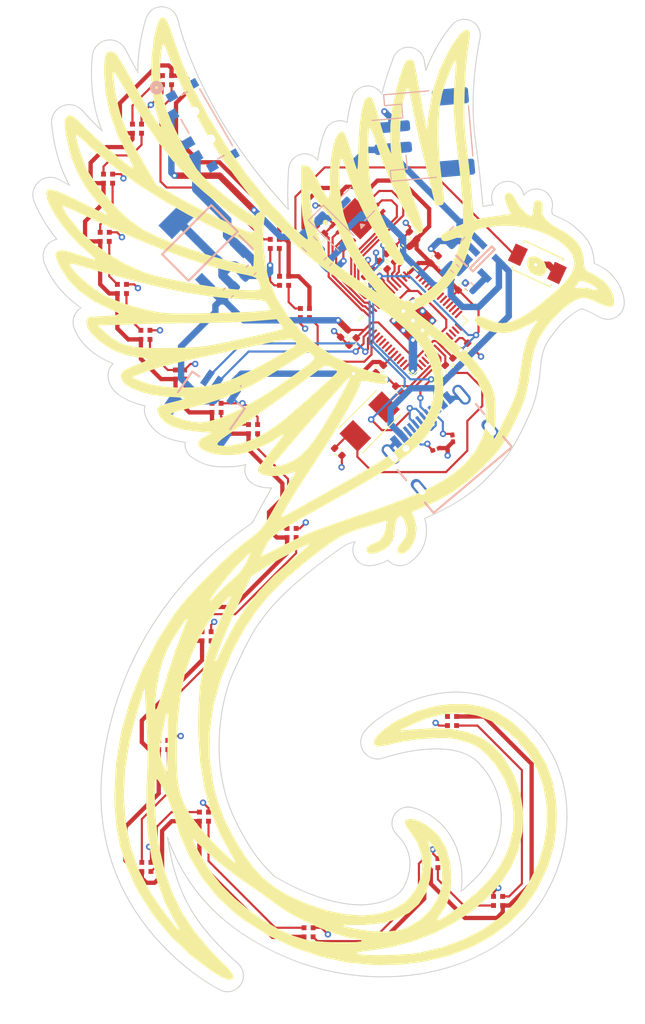
<source format=kicad_pcb>
(kicad_pcb (version 20241229) (generator "pcbnew") (generator_version "9.0")
  (layers (0 "F.Cu" signal) (4 "In1.Cu" signal) (6 "In2.Cu" signal) (2 "B.Cu" signal) (13 "F.Paste" user) (15 "B.Paste" user) (5 "F.SilkS" user "F.Silkscreen") (7 "B.SilkS" user "B.Silkscreen") (1 "F.Mask" user) (3 "B.Mask" user) (25 "Edge.Cuts" user))
  (net 0 "")
  (net 1 "+1V1")
  (net 2 "GND")
  (net 3 "+3V3")
  (net 4 "/XIN")
  (net 5 "Net-(C11-Pad1)")
  (net 6 "Net-(IC2-IN)")
  (net 7 "Net-(D1-C)")
  (net 8 "VBAT")
  (net 9 "VBUS")
  (net 10 "Net-(CHG1-C)")
  (net 11 "/QSPI_SD1")
  (net 12 "/QSPI_SD2")
  (net 13 "/QSPI_SD0")
  (net 15 "/QSPI_SS")
  (net 16 "/QSPI_SCLK")
  (net 17 "/QSPI_SD3")
  (net 19 " I2C_SDA")
  (net 21 " I2C_SCL")
  (net 22 "USB_D-")
  (net 23 "Net-(J3-CC1)")
  (net 25 "USB_D+")
  (net 27 "Net-(J3-CC2)")
  (net 28 "Net-(LED1-DOUT)")
  (net 29 "NEOPIXELS")
  (net 30 "+5V")
  (net 31 "Net-(LED2-DOUT)")
  (net 32 "Net-(LED3-DOUT)")
  (net 33 "Net-(LED4-DOUT)")
  (net 34 "Net-(LED5-DOUT)")
  (net 35 "Net-(LED6-DOUT)")
  (net 36 "Net-(LED7-DOUT)")
  (net 37 "Net-(LED8-DOUT)")
  (net 38 "Net-(LED10-DIN)")
  (net 39 "Net-(LED10-DOUT)")
  (net 40 "Net-(LED11-DOUT)")
  (net 41 "Net-(LED12-DOUT)")
  (net 42 "Net-(LED13-DOUT)")
  (net 43 "Net-(LED14-DOUT)")
  (net 44 "Net-(LED15-DOUT)")
  (net 45 "Net-(LED16-DOUT)")
  (net 46 "Net-(LED17-DOUT)")
  (net 47 "Net-(LED18-DOUT)")
  (net 48 "Net-(LED19-DOUT)")
  (net 49 "Net-(LED20-DOUT)")
  (net 51 "/XOUT")
  (net 52 "Net-(U1-USB_DP)")
  (net 53 "Net-(U1-USB_DM)")
  (net 54 "/~{USB_BOOT}")
  (net 55 "Net-(U2-STAT)")
  (net 56 "Net-(U2-PROG)")
  (net 58 "/GPIO13")
  (net 59 "/GPIO17")
  (net 60 "/GPIO27_ADC1")
  (net 61 "/GPIO12")
  (net 62 "/SWCLK")
  (net 63 "/GPIO15")
  (net 64 "/GPIO7")
  (net 65 "/GPIO18")
  (net 66 "/GPIO9")
  (net 67 "/GPIO21")
  (net 68 "/GPIO29_ADC3")
  (net 69 "/GPIO11")
  (net 70 "/GPIO22")
  (net 71 "/GPIO10")
  (net 72 "/GPIO14")
  (net 73 "/RUN")
  (net 74 "/GPIO3")
  (net 75 "/GPIO25")
  (net 76 "/GPIO19")
  (net 77 "/GPIO5")
  (net 78 "/GPIO24")
  (net 79 "/GPIO23")
  (net 80 "/GPIO8")
  (net 81 "/GPIO6")
  (net 82 "/SWD")
  (net 83 "/GPIO26_ADC0")
  (net 84 "/GPIO20")
  (net 85 "/GPIO28_ADC2")
  (net 86 "/GPIO4")
  (net 87 "/GPIO16")
  (footprint "Capacitor_SMD:C_0402_1005Metric" (layer "F.Cu") (at 215.92 88.82 -135)
    (property "Reference" "C4" (hide yes))
    (property "Value" "100n" (hide yes))
  )
  (footprint "XL-1010RGBC-WS2812B:SMD4_XL-1010RGBC_XLG" (layer "F.Cu") (at 196.02 61.82)
    (property "Reference" "LED4" (hide yes))
    (property "Value" "1010RGBC-WS2812B" (hide yes))
  )
  (footprint "XL-1010RGBC-WS2812B:SMD4_XL-1010RGBC_XLG" (layer "F.Cu") (at 206.98 80.58)
    (property "Reference" "LED2" (hide yes))
    (property "Value" "1010RGBC-WS2812B" (hide yes))
  )
  (footprint "XL-1010RGBC-WS2812B:SMD4_XL-1010RGBC_XLG" (layer "F.Cu") (at 190.5 71.03 180)
    (property "Reference" "LED6" (hide yes))
    (property "Value" "1010RGBC-WS2812B" (hide yes))
  )
  (footprint "W25Q64JVXGIQ:SON80P400X400X50-9N" (layer "F.Cu") (at 213.856016 74.768299 45)
    (property "Reference" "IC1" (hide yes))
    (property "Value" "W25Q64JVZPIQ" (hide yes))
  )
  (footprint "XL-1010RGBC-WS2812B:SMD4_XL-1010RGBC_XLG" (layer "F.Cu") (at 195.67 123.97 180)
    (property "Reference" "LED15" (hide yes))
    (property "Value" "1010RGBC-WS2812B" (hide yes))
  )
  (footprint "XL-1010RGBC-WS2812B:SMD4_XL-1010RGBC_XLG" (layer "F.Cu") (at 207.68 104.15 180)
    (property "Reference" "LED13" (hide yes))
    (property "Value" "1010RGBC-WS2812B" (hide yes))
  )
  (footprint "XL-1010RGBC-WS2812B:SMD4_XL-1010RGBC_XLG" (layer "F.Cu") (at 222.7 121.73)
    (property "Reference" "LED21" (hide yes))
    (property "Value" "1010RGBC-WS2812B" (hide yes))
  )
  (footprint "XL-1010RGBC-WS2812B:SMD4_XL-1010RGBC_XLG" (layer "F.Cu") (at 208.93 83.59)
    (property "Reference" "LED1" (hide yes))
    (property "Value" "1010RGBC-WS2812B" (hide yes))
  )
  (footprint "XL-1010RGBC-WS2812B:SMD4_XL-1010RGBC_XLG" (layer "F.Cu") (at 191.8 81.34 180)
    (property "Reference" "LED8" (hide yes))
    (property "Value" "1010RGBC-WS2812B" (hide yes))
  )
  (footprint "Capacitor_SMD:C_0402_1005Metric" (layer "F.Cu") (at 217.77 90.77 135)
    (property "Reference" "C10" (hide yes))
    (property "Value" "27p" (hide yes))
  )
  (footprint "Capacitor_SMD:C_0402_1005Metric" (layer "F.Cu") (at 217.63941 77.719412 135)
    (property "Reference" "C12" (hide yes))
    (property "Value" "1u" (hide yes))
  )
  (footprint "XL-1010RGBC-WS2812B:SMD4_XL-1010RGBC_XLG" (layer "F.Cu") (at 199.725 113.805058 180)
    (property "Reference" "LED14" (hide yes))
    (property "Value" "1010RGBC-WS2812B" (hide yes))
  )
  (footprint "Capacitor_SMD:C_0402_1005Metric" (layer "F.Cu") (at 223.817561 87.44656 -45)
    (property "Reference" "C7" (hide yes))
    (property "Value" "100n" (hide yes))
  )
  (footprint "XL-1010RGBC-WS2812B:SMD4_XL-1010RGBC_XLG" (layer "F.Cu") (at 227.01 138.55 -90)
    (property "Reference" "LED20" (hide yes))
    (property "Value" "1010RGBC-WS2812B" (hide yes))
  )
  (footprint "Capacitor_SMD:C_0402_1005Metric" (layer "F.Cu") (at 218.35 77.02 135)
    (property "Reference" "C7" (hide yes))
    (property "Value" "100n" (hide yes))
  )
  (footprint "RP2040:RP2040-QFN-56" (layer "F.Cu") (at 219.04 84.3075 45)
    (property "Reference" "U1" (hide yes))
    (property "Value" "RP2040" (hide yes))
  )
  (footprint "XL-1010RGBC-WS2812B:SMD4_XL-1010RGBC_XLG" (layer "F.Cu") (at 204.075929 94.443 180)
    (property "Reference" "LED12" (hide yes))
    (property "Value" "1010RGBC-WS2812B" (hide yes))
  )
  (footprint "Capacitor_SMD:C_0402_1005Metric" (layer "F.Cu") (at 213.39 86.26 -135)
    (property "Reference" "C5" (hide yes))
    (property "Value" "100n" (hide yes))
  )
  (footprint "Capacitor_SMD:C_0402_1005Metric" (layer "F.Cu") (at 221.06 78.58 45)
    (property "Reference" "C8" (hide yes))
    (property "Value" "100n" (hide yes))
  )
  (footprint "Capacitor_SMD:C_0402_1005Metric" (layer "F.Cu") (at 223.63 81.12 45)
    (property "Reference" "C3" (hide yes))
    (property "Value" "100n" (hide yes))
  )
  (footprint "XL-1010RGBC-WS2812B:SMD4_XL-1010RGBC_XLG" (layer "F.Cu") (at 209.27 141.48 180)
    (property "Reference" "LED18" (hide yes))
    (property "Value" "1010RGBC-WS2812B" (hide yes))
  )
  (footprint "Resistor_SMD:R_0402_1005Metric" (layer "F.Cu") (at 209.626016 75.768299 45)
    (property "Reference" "R4" (hide yes))
    (property "Value" "DNF" (hide yes))
  )
  (footprint "Resistor_SMD:R_0201_0603Metric" (layer "F.Cu") (at 222.76 95.31 95)
    (property "Reference" "R7" (hide yes))
    (property "Value" "5k1" (hide yes))
  )
  (footprint "Capacitor_SMD:C_0402_1005Metric" (layer "F.Cu") (at 224.5 86.75 -45)
    (property "Reference" "C1" (hide yes))
    (property "Value" "100n" (hide yes))
  )
  (footprint "445I23D12M00000:445I23D24M00000" (layer "F.Cu") (at 214.99 93.73 45)
    (property "Reference" "Y1" (hide yes))
    (property "Value" "445I23D12M00000" (hide yes))
  )
  (footprint "XL-1010RGBC-WS2812B:SMD4_XL-1010RGBC_XLG" (layer "F.Cu") (at 197.24 89.34 180)
    (property "Reference" "LED10" (hide yes))
    (property "Value" "1010RGBC-WS2812B" (hide yes))
  )
  (footprint "Resistor_SMD:R_0402_1005Metric" (layer "F.Cu") (at 216.96 78.41 -45)
    (property "Reference" "R3" (hide yes))
    (property "Value" "27" (hide yes))
  )
  (footprint "Resistor_SMD:R_0402_1005Metric" (layer "F.Cu") (at 210.401017 76.528298 -135)
    (property "Reference" "R5" (hide yes))
    (property "Value" "1k" (hide yes))
  )
  (footprint "XL-1010RGBC-WS2812B:SMD4_XL-1010RGBC_XLG" (layer "F.Cu") (at 193.21 66.36 180)
    (property "Reference" "LED5" (hide yes))
    (property "Value" "1010RGBC-WS2812B" (hide yes))
  )
  (footprint "Resistor_SMD:R_0402_1005Metric" (layer "F.Cu") (at 222.43 88.829999 -45)
    (property "Reference" "R1" (hide yes))
    (property "Value" "1k" (hide yes))
  )
  (footprint "XL-1010RGBC-WS2812B:SMD4_XL-1010RGBC_XLG" (layer "F.Cu") (at 206.11 77.13)
    (property "Reference" "LED3" (hide yes))
    (property "Value" "1010RGBC-WS2812B" (hide yes))
  )
  (footprint "Capacitor_SMD:C_0402_1005Metric" (layer "F.Cu") (at 211.850402 72.729969 -135)
    (property "Reference" "C14" (hide yes))
    (property "Value" "100n" (hide yes))
  )
  (footprint "TS-1088-AR02016:SW_TS-1088-AR02016" (layer "F.Cu") (at 230.7 79 155)
    (property "Reference" "S1" (hide yes))
    (property "Value" "TS-1088-AR02016" (hide yes))
  )
  (footprint "Capacitor_SMD:C_0402_1005Metric" (layer "F.Cu") (at 212.61 85.51 -135)
    (property "Reference" "C9" (hide yes))
    (property "Value" "100n" (hide yes))
  )
  (footprint "XL-1010RGBC-WS2812B:SMD4_XL-1010RGBC_XLG" (layer "F.Cu") (at 199.48 130.67 180)
    (property "Reference" "LED17" (hide yes))
    (property "Value" "1010RGBC-WS2812B" (hide yes))
  )
  (footprint "Capacitor_SMD:C_0402_1005Metric" (layer "F.Cu") (at 212.05 96.57 -45)
    (property "Reference" "C11" (hide yes))
    (property "Value" "27p" (hide yes))
  )
  (footprint "Resistor_SMD:R_0201_0603Metric" (layer "F.Cu") (at 221.199299 96.329446 -160)
    (property "Reference" "R6" (hide yes))
    (property "Value" "5k1" (hide yes))
  )
  (footprint "XL-1010RGBC-WS2812B:SMD4_XL-1010RGBC_XLG" (layer "F.Cu") (at 220.95 135.01 180)
    (property "Reference" "LED19" (hide yes))
    (property "Value" "1010RGBC-WS2812B" (hide yes))
  )
  (footprint "silkscreen:quetzal" (layer "F.Cu") (at 211.29 100.96)
    (property "Reference" "G***" (hide yes))
    (property "Value" "LOGO" (hide yes))
  )
  (footprint "XL-1010RGBC-WS2812B:SMD4_XL-1010RGBC_XLG" (layer "F.Cu") (at 194 85.63 180)
    (property "Reference" "LED9" (hide yes))
    (property "Value" "1010RGBC-WS2812B" (hide yes))
  )
  (footprint "Capacitor_SMD:C_0402_1005Metric" (layer "F.Cu") (at 223.127561 88.13656 -45)
    (property "Reference" "C9" (hide yes))
    (property "Value" "100n" (hide yes))
  )
  (footprint "XL-1010RGBC-WS2812B:SMD4_XL-1010RGBC_XLG" (layer "F.Cu") (at 190.19 76.47 180)
    (property "Reference" "LED7" (hide yes))
    (property "Value" "1010RGBC-WS2812B" (hide yes))
  )
  (footprint "Capacitor_SMD:C_0402_1005Metric" (layer "F.Cu") (at 219.04 76.33 135)
    (property "Reference" "C13" (hide yes))
    (property "Value" "1u" (hide yes))
  )
  (footprint "XL-1010RGBC-WS2812B:SMD4_XL-1010RGBC_XLG" (layer "F.Cu") (at 194.09 135.37 180)
    (property "Reference" "LED16" (hide yes))
    (property "Value" "1010RGBC-WS2812B" (hide yes))
  )
  (footprint "Capacitor_SMD:C_0402_1005Metric" (layer "F.Cu") (at 215.56 79.81 135)
    (property "Reference" "C6" (hide yes))
    (property "Value" "100n" (hide yes))
  )
  (footprint "Resistor_SMD:R_0402_1005Metric" (layer "F.Cu") (at 216.259999 79.110001 -45)
    (property "Reference" "R2" (hide yes))
    (property "Value" "27" (hide yes))
  )
  (footprint "Capacitor_SMD:C_0402_1005Metric" (layer "F.Cu") (at 214.859999 80.510001 135)
    (property "Reference" "C2" (hide yes))
    (property "Value" "100n" (hide yes))
  )
  (footprint "XL-1010RGBC-WS2812B:SMD4_XL-1010RGBC_XLG" (layer "F.Cu") (at 200.655929 92.453 180)
    (property "Reference" "LED11" (hide yes))
    (property "Value" "1010RGBC-WS2812B" (hide yes))
  )
  (footprint "Resistor_SMD:R_0402_1005Metric" (layer "B.Cu") (at 224.3 81.13 135)
    (property "Reference" "R10" (hide yes))
    (property "Value" "5.1K" (hide yes))
  )
  (footprint "Diode_SMD:D_SOD-123" (layer "B.Cu") (at 211.63 75.89 -45)
    (property "Reference" "D1" (hide yes))
    (property "Value" "MBR0540" (hide yes))
  )
  (footprint "Capacitor_SMD:C_0603_1608Metric" (layer "B.Cu") (at 201.75057 81.703587 45)
    (property "Reference" "C15" (hide yes))
    (property "Value" "4.7u" (hide yes))
  )
  (footprint "SM04B-SRSS-TB:SM04BSRSSTB" (layer "B.Cu") (at 199.72 92.39 145)
    (property "Reference" "J2" (hide yes))
    (property "Value" "SM04B-SRSS-TB" (hide yes))
  )
  (footprint "LED_SMD:LED_0402_1005Metric" (layer "B.Cu") (at 222.243764 80.133322 -45)
    (property "Reference" "CHG1" (hide yes))
    (property "Value" "ORANGE" (hide yes))
  )
  (footprint "Resistor_SMD:R_0402_1005Metric" (layer "B.Cu") (at 211.09 78.79 45)
    (property "Reference" "R8" (hide yes))
    (property "Value" "10K" (hide yes))
  )
  (footprint "AP7361EA-33E-13:SOT230P700X180-4N" (layer "B.Cu") (at 199.1 77.04 135)
    (property "Reference" "IC2" (hide yes))
    (property "Value" "AP7361EA-33E-13" (hide yes))
  )
  (footprint "Connector_JST:JST_PH_S2B-PH-SM4-TB_1x02-1MP_P2.00mm_Horizontal" (layer "B.Cu") (at 219.949062 66.945501 -85)
    (property "Reference" "J1" (hide yes))
    (property "Value" "S2B-PH-SM4-TB(LF)(SN)" (hide yes))
  )
  (footprint "Package_TO_SOT_SMD:SOT-23" (layer "B.Cu") (at 213.879999 73.39 45)
    (property "Reference" "Q1" (hide yes))
    (property "Value" "DMG3415" (hide yes))
  )
  (footprint "USB4105-GF-A:GCT_USB4105-GF-A" (layer "B.Cu") (at 222.967405 97.208306 -140)
    (property "Reference" "J3" (hide yes))
    (property "Value" "USB4105-GF-A" (hide yes))
  )
  (footprint "MCP73831T-2ACI:SOT95P270X145-5N" (layer "B.Cu") (at 225.53 78.53 -45)
    (property "Reference" "U2" (hide yes))
    (property "Value" "MCP73831T-2ACI/OT" (hide yes))
  )
  (footprint "Resistor_SMD:R_0402_1005Metric" (layer "B.Cu") (at 222.950871 79.426215 -45)
    (property "Reference" "R9" (hide yes))
    (property "Value" "10K" (hide yes))
  )
  (footprint "Capacitor_SMD:C_0805_2012Metric" (layer "B.Cu") (at 223.184216 76.184217 -135)
    (property "Reference" "C18" (hide yes))
    (property "Value" "10uF" (hide yes))
  )
  (footprint "Capacitor_SMD:C_0805_2012Metric" (layer "B.Cu") (at 209.379999 77.14 -45)
    (property "Reference" "C17" (hide yes))
    (property "Value" "10uF" (hide yes))
  )
  (footprint "Capacitor_SMD:C_0603_1608Metric" (layer "B.Cu") (at 203.892968 79.568501 -135)
    (property "Reference" "C16" (hide yes))
    (property "Value" "4.7u" (hide yes))
  )
  (footprint "SlideSwitch:MK-12C02-G020_GSW" (layer "B.Cu") (at 199.35 66.05 -60)
    (property "Reference" "SW1" (hide yes))
    (property "Value" "MK-12C02-G020" (hide yes))
  )
  (gr_curve (pts (xy 238.068901 83.960466) (xy 238.54032 83.683778) (xy 238.821657 83.191353) (xy 238.821657 82.64297)) (stroke (width 0.09)) (layer "Edge.Cuts"))
  (gr_curve (pts (xy 231.090928 72.076492) (xy 230.711106 71.944777) (xy 230.302703 71.968882) (xy 229.940444 72.144502)) (stroke (width 0.09)) (layer "Edge.Cuts"))
  (gr_curve (pts (xy 232.064414 74.237136) (xy 232.029979 74.056007) (xy 232.041342 73.941681) (xy 232.04272 73.922914)) (stroke (width 0.09)) (layer "Edge.Cuts"))
  (gr_curve (pts (xy 190.827946 134.851737) (xy 191.634593 137.308697) (xy 192.928501 139.602089) (xy 194.673338 141.667864)) (stroke (width 0.09)) (layer "Edge.Cuts"))
  (gr_line (start 201.150084 146.9406) (end 201.375377 147.003251) (stroke (width 0.09)) (layer "Edge.Cuts"))
  (gr_line (start 202.005307 97.957218) (end 202.008406 97.957046) (stroke (width 0.09)) (layer "Edge.Cuts"))
  (gr_curve (pts (xy 222.777962 56.579694) (xy 222.762681 56.595082) (xy 222.744753 56.606834) (xy 222.730032 56.622954)) (stroke (width 0.09)) (layer "Edge.Cuts"))
  (gr_curve (pts (xy 185.218777 65.904822) (xy 185.31384 66.976966) (xy 185.662261 69.463712) (xy 186.891279 71.654509)) (stroke (width 0.09)) (layer "Edge.Cuts"))
  (gr_curve (pts (xy 192.132184 58.951126) (xy 191.793685 58.298921) (xy 191.082595 57.953534) (xy 190.363586 58.087488)) (stroke (width 0.09)) (layer "Edge.Cuts"))
  (gr_curve (pts (xy 235.9742 78.468032) (xy 235.790316 76.953222) (xy 234.982807 76.248159) (xy 234.202503 75.566684)) (stroke (width 0.09)) (layer "Edge.Cuts"))
  (gr_curve (pts (xy 202.670425 144.400651) (xy 198.602064 140.808703) (xy 196.95485 137.951604) (xy 196.142349 133.077973)) (stroke (width 0.09)) (layer "Edge.Cuts"))
  (gr_line (start 217.083005 131.198902) (end 217.081047 131.352527) (stroke (width 0.09)) (layer "Edge.Cuts"))
  (gr_curve (pts (xy 203.113155 145.102895) (xy 203.108313 145.086559) (xy 203.107301 145.069772) (xy 203.101899 145.053545)) (stroke (width 0.09)) (layer "Edge.Cuts"))
  (gr_curve (pts (xy 217.141524 120.665073) (xy 216.11604 121.2336) (xy 214.853641 122.115833) (xy 214.386354 122.887873)) (stroke (width 0.09)) (layer "Edge.Cuts"))
  (gr_line (start 217.378998 130.375382) (end 217.295837 130.497111) (stroke (width 0.09)) (layer "Edge.Cuts"))
  (gr_curve (pts (xy 186.213441 64.242457) (xy 185.55521 64.523277) (xy 185.155416 65.191322) (xy 185.218777 65.904822)) (stroke (width 0.09)) (layer "Edge.Cuts"))
  (gr_curve (pts (xy 187.514752 83.539322) (xy 187.219641 83.972862) (xy 187.150942 84.505749) (xy 187.32639 85.001617)) (stroke (width 0.09)) (layer "Edge.Cuts"))
  (gr_curve (pts (xy 217.427853 130.303864) (xy 217.409151 130.326096) (xy 217.396302 130.352159) (xy 217.378998 130.375382)) (stroke (width 0.09)) (layer "Edge.Cuts"))
  (gr_curve (pts (xy 216.124756 63.144487) (xy 215.875724 62.696246) (xy 215.410094 62.390568) (xy 214.882222 62.366076)) (stroke (width 0.09)) (layer "Edge.Cuts"))
  (gr_curve (pts (xy 224.261155 56.197182) (xy 224.235436 56.189693) (xy 224.212322 56.177533) (xy 224.185957 56.171334)) (stroke (width 0.09)) (layer "Edge.Cuts"))
  (gr_line (start 224.675219 56.388815) (end 224.54006 56.309291) (stroke (width 0.09)) (layer "Edge.Cuts"))
  (gr_curve (pts (xy 223.384389 56.209299) (xy 223.343798 56.222406) (xy 223.303681 56.235276) (xy 223.264468 56.251698)) (stroke (width 0.09)) (layer "Edge.Cuts"))
  (gr_curve (pts (xy 184.025765 71.306691) (xy 183.49856 71.764853) (xy 183.319324 72.509516) (xy 183.58 73.16)) (stroke (width 0.09)) (layer "Edge.Cuts"))
  (gr_curve (pts (xy 219.513773 59.039969) (xy 219.190425 58.800127) (xy 218.79287 58.701297) (xy 218.395314 58.760698)) (stroke (width 0.09)) (layer "Edge.Cuts"))
  (gr_curve (pts (xy 203.383925 97.756977) (xy 203.31161 97.968754) (xy 203.2863 98.195855) (xy 203.313332 98.420373)) (stroke (width 0.09)) (layer "Edge.Cuts"))
  (gr_line (start 186.891279 71.654509) (end 185.931416 71.123667) (stroke (width 0.09)) (layer "Edge.Cuts"))
  (gr_curve (pts (xy 218.641526 134.185069) (xy 218.890321 135.09485) (xy 218.73674 136.164067) (xy 218.214356 137.185074)) (stroke (width 0.09)) (layer "Edge.Cuts"))
  (gr_line (start 201.961875 147.004478) (end 202.018457 146.992533) (stroke (width 0.09)) (layer "Edge.Cuts"))
  (gr_curve (pts (xy 210.12113 69.321946) (xy 209.789798 68.873663) (xy 209.232355 68.634617) (xy 208.663376 68.73024)) (stroke (width 0.09)) (layer "Edge.Cuts"))
  (gr_line (start 224.131054 56.164232) (end 223.972437 56.1437) (stroke (width 0.09)) (layer "Edge.Cuts"))
  (gr_curve (pts (xy 210.754611 66.707768) (xy 210.611963 67.071211) (xy 210.294125 67.988546) (xy 210.12113 69.321946)) (stroke (width 0.09)) (layer "Edge.Cuts"))
  (gr_curve (pts (xy 207.375818 73.895323) (xy 199.363084 65.333798) (xy 197.301485 57.274276) (xy 197.083466 56.336796)) (stroke (width 0.09)) (layer "Edge.Cuts"))
  (gr_curve (pts (xy 211.779256 65.671006) (xy 211.263242 65.820498) (xy 210.892159 66.224834) (xy 210.754611 66.707768)) (stroke (width 0.09)) (layer "Edge.Cuts"))
  (gr_curve (pts (xy 214.386354 122.887873) (xy 214.037868 123.462943) (xy 214.081085 124.169212) (xy 214.495858 124.685741)) (stroke (width 0.09)) (layer "Edge.Cuts"))
  (gr_curve (pts (xy 225.157722 56.917741) (xy 225.136996 56.879927) (xy 225.116593 56.842522) (xy 225.092747 56.806623)) (stroke (width 0.09)) (layer "Edge.Cuts"))
  (gr_curve (pts (xy 217.834362 107.213432) (xy 218.134466 107.213432) (xy 218.4251 107.124589) (xy 218.675789 106.956028)) (stroke (width 0.09)) (layer "Edge.Cuts"))
  (gr_curve (pts (xy 216.254642 125.186087) (xy 216.5179 125.097243) (xy 222.726933 123.038356) (xy 225.212474 125.664393)) (stroke (width 0.09)) (layer "Edge.Cuts"))
  (gr_curve (pts (xy 237.410153 79.787938) (xy 237.023186 79.426819) (xy 236.487028 79.147527) (xy 236.000457 78.945951)) (stroke (width 0.09)) (layer "Edge.Cuts"))
  (gr_curve (pts (xy 217.127879 130.901553) (xy 217.119959 130.932459) (xy 217.106916 130.960782) (xy 217.10089 130.99257)) (stroke (width 0.09)) (layer "Edge.Cuts"))
  (gr_curve (pts (xy 212.872297 65.775625) (xy 212.531388 65.604288) (xy 212.146315 65.564407) (xy 211.779256 65.671006)) (stroke (width 0.09)) (layer "Edge.Cuts"))
  (gr_line (start 224.54006 56.309291) (end 224.417987 56.251117) (stroke (width 0.09)) (layer "Edge.Cuts"))
  (gr_curve (pts (xy 201.002034 146.877583) (xy 201.039955 146.896394) (xy 201.07947 146.91176) (xy 201.118877 146.927321)) (stroke (width 0.09)) (layer "Edge.Cuts"))
  (gr_curve (pts (xy 212.784423 105.245626) (xy 212.89892 105.185299) (xy 213.233739 105.075967) (xy 213.622578 104.957337)) (stroke (width 0.09)) (layer "Edge.Cuts"))
  (gr_curve (pts (xy 233.381565 132.026663) (xy 233.754155 128.497387) (xy 232.759663 125.163359) (xy 230.580941 122.638217)) (stroke (width 0.09)) (layer "Edge.Cuts"))
  (gr_line (start 201.375377 147.003251) (end 201.43368 147.013495) (stroke (width 0.09)) (layer "Edge.Cuts"))
  (gr_line (start 226.544712 73.48509) (end 226.462821 73.492817) (stroke (width 0.09)) (layer "Edge.Cuts"))
  (gr_curve (pts (xy 202.813676 146.510524) (xy 202.865953 146.449423) (xy 202.912785 146.383307) (xy 202.955377 146.313318)) (stroke (width 0.09)) (layer "Edge.Cuts"))
  (gr_curve (pts (xy 203.90803 99.449989) (xy 204.128588 99.61459) (xy 204.394601 99.735458) (xy 204.721737 99.81948)) (stroke (width 0.09)) (layer "Edge.Cuts"))
  (gr_curve (pts (xy 218.214356 137.185074) (xy 217.570071 138.411316) (xy 215.681638 138.881358) (xy 214.270651 138.910972)) (stroke (width 0.09)) (layer "Edge.Cuts"))
  (gr_line (start 193.987903 93.157451) (end 193.988764 93.159689) (stroke (width 0.09)) (layer "Edge.Cuts"))
  (gr_curve (pts (xy 224.85779 56.525157) (xy 224.835838 56.505163) (xy 224.810291 56.491152) (xy 224.787413 56.4726)) (stroke (width 0.09)) (layer "Edge.Cuts"))
  (gr_curve (pts (xy 225.212474 125.664393) (xy 228.071639 128.686437) (xy 227.993471 133.152354) (xy 225.026179 136.283213)) (stroke (width 0.09)) (layer "Edge.Cuts"))
  (gr_curve (pts (xy 203.313332 98.420373) (xy 203.361542 98.828604) (xy 203.577968 99.203432) (xy 203.907169 99.4493)) (stroke (width 0.09)) (layer "Edge.Cuts"))
  (gr_curve (pts (xy 205.781828 99.942586) (xy 205.793321 99.942586) (xy 205.805158 99.941317) (xy 205.816672 99.94123)) (stroke (width 0.09)) (layer "Edge.Cuts"))
  (gr_curve (pts (xy 188.111688 64.677203) (xy 187.637686 64.135019) (xy 186.874943 63.959915) (xy 186.213441 64.242457)) (stroke (width 0.09)) (layer "Edge.Cuts"))
  (gr_curve (pts (xy 207.28338 143.856228) (xy 210.054046 145.025996) (xy 213.137385 145.644455) (xy 216.200062 145.644455)) (stroke (width 0.09)) (layer "Edge.Cuts"))
  (gr_curve (pts (xy 217.565336 132.381799) (xy 217.573041 132.388858) (xy 217.578723 132.397488) (xy 217.5866 132.404418)) (stroke (width 0.09)) (layer "Edge.Cuts"))
  (gr_curve (pts (xy 184.513025 78.830292) (xy 184.78685 79.616019) (xy 185.658752 81.539103) (xy 187.967339 83.09771)) (stroke (width 0.09)) (layer "Edge.Cuts"))
  (gr_curve (pts (xy 203.173073 145.524232) (xy 203.172879 145.481231) (xy 203.173353 145.438682) (xy 203.169543 145.395875)) (stroke (width 0.09)) (layer "Edge.Cuts"))
  (gr_curve (pts (xy 223.537949 137.659506) (xy 223.598405 137.312226) (xy 223.631549 136.950096) (xy 223.631549 136.57247)) (stroke (width 0.09)) (layer "Edge.Cuts"))
  (gr_curve (pts (xy 225.602282 73.610414) (xy 225.297185 70.560822) (xy 225.220739 69.978692) (xy 225.016881 68.42256)) (stroke (width 0.09)) (layer "Edge.Cuts"))
  (gr_curve (pts (xy 190.501844 89.435337) (xy 190.501844 90.993815) (xy 192.255807 91.887153) (xy 193.951983 92.265318)) (stroke (width 0.09)) (layer "Edge.Cuts"))
  (gr_curve (pts (xy 231.797196 86.03967) (xy 232.835421 84.544833) (xy 233.768962 83.665183) (xy 234.81373 83.199962)) (stroke (width 0.09)) (layer "Edge.Cuts"))
  (gr_curve (pts (xy 195.552644 54.960761) (xy 195.010632 54.94802) (xy 194.274749 55.19251) (xy 193.955706 56.377085)) (stroke (width 0.09)) (layer "Edge.Cuts"))
  (gr_curve (pts (xy 220.244146 60.91721) (xy 220.171488 60.455605) (xy 220.122245 60.129158) (xy 220.106749 60.027746)) (stroke (width 0.09)) (layer "Edge.Cuts"))
  (gr_curve (pts (xy 218.675789 106.956028) (xy 219.763085 106.2229) (xy 220.312672 105.186569) (xy 220.309918 103.876305)) (stroke (width 0.09)) (layer "Edge.Cuts"))
  (gr_curve (pts (xy 213.622578 104.957337) (xy 213.48445 105.195565) (xy 213.406841 105.472296) (xy 213.418377 105.766632)) (stroke (width 0.09)) (layer "Edge.Cuts"))
  (gr_curve (pts (xy 202.797879 146.530411) (xy 202.799234 146.528904) (xy 202.800978 146.527871) (xy 202.802312 146.526343)) (stroke (width 0.09)) (layer "Edge.Cuts"))
  (gr_curve (pts (xy 203.907169 99.4493) (xy 203.907514 99.449645) (xy 203.907858 99.449817) (xy 203.90803 99.449989)) (stroke (width 0.09)) (layer "Edge.Cuts"))
  (gr_curve (pts (xy 218.506131 129.773323) (xy 218.487148 129.774356) (xy 218.46836 129.771085) (xy 218.449377 129.772871)) (stroke (width 0.09)) (layer "Edge.Cuts"))
  (gr_curve (pts (xy 196.142349 133.077973) (xy 196.116307 132.921744) (xy 196.093644 132.772317) (xy 196.070874 132.622674)) (stroke (width 0.09)) (layer "Edge.Cuts"))
  (gr_line (start 223.264468 56.251698) (end 223.115342 56.325648) (stroke (width 0.09)) (layer "Edge.Cuts"))
  (gr_line (start 197.715699 95.67209) (end 197.704852 95.822056) (stroke (width 0.09)) (layer "Edge.Cuts"))
  (gr_curve (pts (xy 203.055885 146.110106) (xy 203.075815 146.062542) (xy 203.096153 146.01556) (xy 203.11096 145.96664)) (stroke (width 0.09)) (layer "Edge.Cuts"))
  (gr_curve (pts (xy 201.674641 147.03519) (xy 201.772761 147.035104) (xy 201.868168 147.022556) (xy 201.961875 147.004478)) (stroke (width 0.09)) (layer "Edge.Cuts"))
  (gr_curve (pts (xy 183.58 73.16) (xy 183.836952 73.801616) (xy 184.486617 75.21002) (xy 185.709932 76.689405)) (stroke (width 0.09)) (layer "Edge.Cuts"))
  (gr_curve (pts (xy 213.382909 63.393282) (xy 213.35734 63.469685) (xy 213.068923 64.354781) (xy 212.872297 65.775625)) (stroke (width 0.09)) (layer "Edge.Cuts"))
  (gr_curve (pts (xy 218.449377 129.772871) (xy 218.414963 129.775863) (xy 218.382723 129.786344) (xy 218.348912 129.791574)) (stroke (width 0.09)) (layer "Edge.Cuts"))
  (gr_curve (pts (xy 202.923524 144.700432) (xy 202.89858 144.662747) (xy 202.873916 144.62547) (xy 202.845292 144.589765)) (stroke (width 0.09)) (layer "Edge.Cuts"))
  (gr_curve (pts (xy 202.008406 97.957046) (xy 202.440741 97.947232) (xy 202.900625 97.880255) (xy 203.383925 97.756977)) (stroke (width 0.09)) (layer "Edge.Cuts"))
  (gr_curve (pts (xy 190.10842 124.999791) (xy 189.578805 128.470183) (xy 189.820885 131.784927) (xy 190.827946 134.851737)) (stroke (width 0.09)) (layer "Edge.Cuts"))
  (gr_curve (pts (xy 203.11096 145.96664) (xy 203.125983 145.917527) (xy 203.13528 145.867789) (xy 203.145159 145.817729)) (stroke (width 0.09)) (layer "Edge.Cuts"))
  (gr_curve (pts (xy 202.018457 146.992533) (xy 202.211015 146.947681) (xy 202.389949 146.866026) (xy 202.548179 146.75282)) (stroke (width 0.09)) (layer "Edge.Cuts"))
  (gr_curve (pts (xy 220.309918 103.876305) (xy 220.309379 103.518307) (xy 220.245308 103.148988) (xy 220.138666 102.785932)) (stroke (width 0.09)) (layer "Edge.Cuts"))
  (gr_line (start 201.851553 97.960662) (end 202.005307 97.957218) (stroke (width 0.09)) (layer "Edge.Cuts"))
  (gr_curve (pts (xy 225.312293 57.331008) (xy 225.302501 57.283638) (xy 225.288232 57.237796) (xy 225.273877 57.191416)) (stroke (width 0.09)) (layer "Edge.Cuts"))
  (gr_curve (pts (xy 226.462821 73.492817) (xy 226.185078 73.519052) (xy 225.896144 73.56582) (xy 225.603444 73.626039)) (stroke (width 0.09)) (layer "Edge.Cuts"))
  (gr_curve (pts (xy 185.931416 71.123667) (xy 185.320189 70.773115) (xy 184.554864 70.846807) (xy 184.025765 71.306691)) (stroke (width 0.09)) (layer "Edge.Cuts"))
  (gr_line (start 218.809033 129.788905) (end 218.637975 129.774399) (stroke (width 0.09)) (layer "Edge.Cuts"))
  (gr_curve (pts (xy 225.603444 73.626039) (xy 225.602928 73.620852) (xy 225.602798 73.6156) (xy 225.602282 73.610414)) (stroke (width 0.09)) (layer "Edge.Cuts"))
  (gr_curve (pts (xy 204.721737 99.81948) (xy 204.961407 99.880775) (xy 205.226903 99.919859) (xy 205.511339 99.935355)) (stroke (width 0.09)) (layer "Edge.Cuts"))
  (gr_curve (pts (xy 201.43368 147.013495) (xy 201.513032 147.026387) (xy 201.592965 147.035297) (xy 201.673178 147.035297)) (stroke (width 0.09)) (layer "Edge.Cuts"))
  (gr_curve (pts (xy 217.5866 132.404418) (xy 218.066112 132.850356) (xy 218.468661 133.527354) (xy 218.641526 134.185069)) (stroke (width 0.09)) (layer "Edge.Cuts"))
  (gr_line (start 217.701141 130.056145) (end 217.566369 130.168103) (stroke (width 0.09)) (layer "Edge.Cuts"))
  (gr_curve (pts (xy 202.730687 116.09344) (xy 203.676453 114.067266) (xy 204.423527 112.46654) (xy 206.672326 110.153348)) (stroke (width 0.09)) (layer "Edge.Cuts"))
  (gr_curve (pts (xy 198.415597 97.133697) (xy 199.10327 97.562073) (xy 199.65544 97.790035) (xy 200.261502 97.895751)) (stroke (width 0.09)) (layer "Edge.Cuts"))
  (gr_curve (pts (xy 203.145159 145.817729) (xy 203.153638 145.773974) (xy 203.163065 145.730823) (xy 203.167628 145.686659)) (stroke (width 0.09)) (layer "Edge.Cuts"))
  (gr_curve (pts (xy 202.994289 146.247245) (xy 203.00236 146.23233) (xy 203.012324 146.218943) (xy 203.019943 146.203684)) (stroke (width 0.09)) (layer "Edge.Cuts"))
  (gr_curve (pts (xy 229.916683 93.117506) (xy 230.706974 91.37439) (xy 230.850225 89.975972) (xy 230.965583 88.850281)) (stroke (width 0.09)) (layer "Edge.Cuts"))
  (gr_line (start 223.008398 56.389374) (end 222.883097 56.484846) (stroke (width 0.09)) (layer "Edge.Cuts"))
  (gr_curve (pts (xy 206.078596 136.254976) (xy 205.049647 135.283599) (xy 204.158719 134.16882) (xy 203.423697 132.904764)) (stroke (width 0.09)) (layer "Edge.Cuts"))
  (gr_curve (pts (xy 214.882222 62.366076) (xy 214.211939 62.331297) (xy 213.59503 62.756573) (xy 213.382909 63.393282)) (stroke (width 0.09)) (layer "Edge.Cuts"))
  (gr_curve (pts (xy 217.787703 129.999649) (xy 217.758303 130.017965) (xy 217.729206 130.035871) (xy 217.701141 130.056145)) (stroke (width 0.09)) (layer "Edge.Cuts"))
  (gr_line (start 223.972437 56.1437) (end 223.828131 56.136124) (stroke (width 0.09)) (layer "Edge.Cuts"))
  (gr_curve (pts (xy 213.418377 105.766632) (xy 213.45023 106.577756) (xy 214.111043 107.21326) (xy 214.922684 107.21326)) (stroke (width 0.09)) (layer "Edge.Cuts"))
  (gr_curve (pts (xy 230.965583 88.850281) (xy 231.077842 87.751966) (xy 231.15911 86.958405) (xy 231.797196 86.03967)) (stroke (width 0.09)) (layer "Edge.Cuts"))
  (gr_curve (pts (xy 227.533759 71.332345) (xy 227.143951 71.433068) (xy 226.81716 71.679625) (xy 226.612959 72.026561)) (stroke (width 0.09)) (layer "Edge.Cuts"))
  (gr_line (start 232.17648 74.423905) (end 232.064414 74.237136) (stroke (width 0.09)) (layer "Edge.Cuts"))
  (gr_curve (pts (xy 223.828131 56.136124) (xy 223.809837 56.136296) (xy 223.792125 56.132465) (xy 223.773766 56.133283)) (stroke (width 0.09)) (layer "Edge.Cuts"))
  (gr_curve (pts (xy 218.859674 129.793188) (xy 218.84265 129.790003) (xy 218.826014 129.791488) (xy 218.809033 129.788905)) (stroke (width 0.09)) (layer "Edge.Cuts"))
  (gr_curve (pts (xy 200.261502 97.895751) (xy 200.779065 97.985627) (xy 201.275794 97.974091) (xy 201.851553 97.960662)) (stroke (width 0.09)) (layer "Edge.Cuts"))
  (gr_line (start 217.229915 130.620927) (end 217.168125 130.7659) (stroke (width 0.09)) (layer "Edge.Cuts"))
  (gr_curve (pts (xy 217.168685 131.779912) (xy 217.18418 131.823107) (xy 217.199224 131.865915) (xy 217.218465 131.907323)) (stroke (width 0.09)) (layer "Edge.Cuts"))
  (gr_curve (pts (xy 221.323005 131.03527) (xy 220.19938 130.088987) (xy 219.077822 129.835543) (xy 218.859674 129.793188)) (stroke (width 0.09)) (layer "Edge.Cuts"))
  (gr_line (start 189.778013 66.119354) (end 189.956732 66.571059) (stroke (width 0.09)) (layer "Edge.Cuts"))
  (gr_line (start 225.343651 57.616929) (end 225.333945 57.483535) (stroke (width 0.09)) (layer "Edge.Cuts"))
  (gr_curve (pts (xy 229.368473 72.412753) (xy 229.267577 72.02329) (xy 229.021365 71.696498) (xy 228.674946 71.492469)) (stroke (width 0.09)) (layer "Edge.Cuts"))
  (gr_curve (pts (xy 226.612959 72.026561) (xy 226.409101 72.373152) (xy 226.352283 72.778284) (xy 226.452834 73.166542)) (stroke (width 0.09)) (layer "Edge.Cuts"))
  (gr_curve (pts (xy 193.951983 92.265318) (xy 193.875515 92.557437) (xy 193.882918 92.867635) (xy 193.987903 93.157451)) (stroke (width 0.09)) (layer "Edge.Cuts"))
  (gr_line (start 223.680275 56.146756) (end 223.536959 56.167417) (stroke (width 0.09)) (layer "Edge.Cuts"))
  (gr_curve (pts (xy 203.019943 146.203684) (xy 203.035116 146.173381) (xy 203.042864 146.141055) (xy 203.055885 146.110106)) (stroke (width 0.09)) (layer "Edge.Cuts"))
  (gr_line (start 223.536959 56.167417) (end 223.384389 56.209299) (stroke (width 0.09)) (layer "Edge.Cuts"))
  (gr_curve (pts (xy 202.728836 144.463797) (xy 202.708282 144.443415) (xy 202.692377 144.420064) (xy 202.670425 144.400651)) (stroke (width 0.09)) (layer "Edge.Cuts"))
  (gr_line (start 202.845292 144.589765) (end 202.728836 144.463797) (stroke (width 0.09)) (layer "Edge.Cuts"))
  (gr_curve (pts (xy 205.816672 99.94123) (xy 205.174303 101.033002) (xy 204.577647 102.121008) (xy 204.022786 103.186329)) (stroke (width 0.09)) (layer "Edge.Cuts"))
  (gr_curve (pts (xy 202.548179 146.75282) (xy 202.558338 146.745567) (xy 202.568432 146.738658) (xy 202.578418 146.731147)) (stroke (width 0.09)) (layer "Edge.Cuts"))
  (gr_curve (pts (xy 209.230181 137.818684) (xy 208.183692 137.396614) (xy 207.130574 136.870357) (xy 206.078596 136.254976)) (stroke (width 0.09)) (layer "Edge.Cuts"))
  (gr_curve (pts (xy 193.28779 61.093497) (xy 192.765385 60.157954) (xy 192.360059 59.390305) (xy 192.132184 58.951126)) (stroke (width 0.09)) (layer "Edge.Cuts"))
  (gr_line (start 203.064731 144.969996) (end 203.003113 144.831544) (stroke (width 0.09)) (layer "Edge.Cuts"))
  (gr_curve (pts (xy 196.070874 132.622674) (xy 196.448737 133.689717) (xy 196.905134 134.700566) (xy 197.447448 135.642372)) (stroke (width 0.09)) (layer "Edge.Cuts"))
  (gr_curve (pts (xy 216.694209 106.691565) (xy 216.978472 107.021111) (xy 217.393074 107.213432) (xy 217.834362 107.213432)) (stroke (width 0.09)) (layer "Edge.Cuts"))
  (gr_line (start 217.566369 130.168103) (end 217.476278 130.256408) (stroke (width 0.09)) (layer "Edge.Cuts"))
  (gr_line (start 225.335925 57.772383) (end 225.343651 57.616929) (stroke (width 0.09)) (layer "Edge.Cuts"))
  (gr_curve (pts (xy 225.273877 57.191416) (xy 225.259995 57.147167) (xy 225.246457 57.103326) (xy 225.228637 57.060691)) (stroke (width 0.09)) (layer "Edge.Cuts"))
  (gr_line (start 225.092747 56.806623) (end 224.996242 56.679901) (stroke (width 0.09)) (layer "Edge.Cuts"))
  (gr_curve (pts (xy 218.637975 129.774399) (xy 218.593661 129.772764) (xy 218.549842 129.771106) (xy 218.506131 129.773323)) (stroke (width 0.09)) (layer "Edge.Cuts"))
  (gr_curve (pts (xy 203.423697 132.904764) (xy 201.948897 130.368) (xy 201.33003 128.680088) (xy 200.970611 125.864742)) (stroke (width 0.09)) (layer "Edge.Cuts"))
  (gr_curve (pts (xy 200.970611 125.864742) (xy 200.969815 125.831103) (xy 200.974421 125.798088) (xy 200.971386 125.764256)) (stroke (width 0.09)) (layer "Edge.Cuts"))
  (gr_curve (pts (xy 207.413546 70.090779) (xy 207.393702 70.330299) (xy 207.239109 72.309985) (xy 207.375818 73.895323)) (stroke (width 0.09)) (layer "Edge.Cuts"))
  (gr_curve (pts (xy 219.460054 145.406851) (xy 223.590571 144.79528) (xy 227.19526 143.029436) (xy 229.610209 140.434735)) (stroke (width 0.09)) (layer "Edge.Cuts"))
  (gr_curve (pts (xy 193.955706 56.377085) (xy 193.493111 58.09304) (xy 193.277825 59.602491) (xy 193.28779 61.093497)) (stroke (width 0.09)) (layer "Edge.Cuts"))
  (gr_curve (pts (xy 189.956732 66.571059) (xy 189.090125 65.758278) (xy 188.469622 65.087026) (xy 188.111688 64.677203)) (stroke (width 0.09)) (layer "Edge.Cuts"))
  (gr_curve (pts (xy 218.395314 58.760698) (xy 217.997414 58.820099) (xy 217.646518 59.031015) (xy 217.407192 59.354363)) (stroke (width 0.09)) (layer "Edge.Cuts"))
  (gr_line (start 217.168125 130.7659) (end 217.127879 130.901553) (stroke (width 0.09)) (layer "Edge.Cuts"))
  (gr_curve (pts (xy 225.026179 136.283213) (xy 224.544859 136.791134) (xy 224.046214 137.245443) (xy 223.537949 137.659506)) (stroke (width 0.09)) (layer "Edge.Cuts"))
  (gr_curve (pts (xy 189.033694 59.533943) (xy 188.919024 60.618484) (xy 188.761827 63.431505) (xy 189.778013 66.119354)) (stroke (width 0.09)) (layer "Edge.Cuts"))
  (gr_line (start 203.167628 145.686659) (end 203.173073 145.524232) (stroke (width 0.09)) (layer "Edge.Cuts"))
  (gr_curve (pts (xy 223.631549 136.57247) (xy 223.631549 133.603112) (xy 222.376037 131.922324) (xy 221.323005 131.03527)) (stroke (width 0.09)) (layer "Edge.Cuts"))
  (gr_curve (pts (xy 201.673694 147.035297) (xy 201.674017 147.035297) (xy 201.674319 147.03519) (xy 201.674641 147.03519)) (stroke (width 0.09)) (layer "Edge.Cuts"))
  (gr_curve (pts (xy 190.977847 88.32299) (xy 190.699287 88.582869) (xy 190.501844 88.933119) (xy 190.501844 89.435337)) (stroke (width 0.09)) (layer "Edge.Cuts"))
  (gr_curve (pts (xy 228.674946 71.492469) (xy 228.327838 71.288268) (xy 227.922189 71.231277) (xy 227.533759 71.332345)) (stroke (width 0.09)) (layer "Edge.Cuts"))
  (gr_curve (pts (xy 238.821657 82.64297) (xy 238.821657 81.694277) (xy 238.280678 80.600267) (xy 237.410153 79.787938)) (stroke (width 0.09)) (layer "Edge.Cuts"))
  (gr_line (start 217.951464 129.909579) (end 217.787703 129.999649) (stroke (width 0.09)) (layer "Edge.Cuts"))
  (gr_curve (pts (xy 225.309237 57.979705) (xy 225.314317 57.95786) (xy 225.313563 57.936231) (xy 225.317652 57.914386)) (stroke (width 0.09)) (layer "Edge.Cuts"))
  (gr_line (start 214.922684 107.21326) (end 214.982946 107.212055) (stroke (width 0.09)) (layer "Edge.Cuts"))
  (gr_line (start 229.413583 72.568056) (end 229.368473 72.412753) (stroke (width 0.09)) (layer "Edge.Cuts"))
  (gr_line (start 222.883097 56.484846) (end 222.777962 56.579694) (stroke (width 0.09)) (layer "Edge.Cuts"))
  (gr_curve (pts (xy 202.802312 146.526343) (xy 202.806703 146.521372) (xy 202.80935 146.515539) (xy 202.813676 146.510524)) (stroke (width 0.09)) (layer "Edge.Cuts"))
  (gr_curve (pts (xy 224.902621 56.575261) (xy 224.886565 56.559227) (xy 224.874707 56.54061) (xy 224.85779 56.525157)) (stroke (width 0.09)) (layer "Edge.Cuts"))
  (gr_curve (pts (xy 236.104366 83.763323) (xy 236.602301 84.0407) (xy 237.285153 84.420866) (xy 238.068901 83.960466)) (stroke (width 0.09)) (layer "Edge.Cuts"))
  (gr_curve (pts (xy 224.850903 67.148626) (xy 224.263437 62.588184) (xy 225.298907 58.024815) (xy 225.309237 57.979705)) (stroke (width 0.09)) (layer "Edge.Cuts"))
  (gr_curve (pts (xy 224.185957 56.171334) (xy 224.167577 56.167051) (xy 224.149413 56.167805) (xy 224.131054 56.164232)) (stroke (width 0.09)) (layer "Edge.Cuts"))
  (gr_curve (pts (xy 203.101899 145.053545) (xy 203.092128 145.02421) (xy 203.076137 144.998448) (xy 203.064731 144.969996)) (stroke (width 0.09)) (layer "Edge.Cuts"))
  (gr_curve (pts (xy 217.080401 131.403039) (xy 217.083156 131.434612) (xy 217.09269 131.464205) (xy 217.097339 131.495283)) (stroke (width 0.09)) (layer "Edge.Cuts"))
  (gr_curve (pts (xy 218.051305 129.869591) (xy 218.017601 129.882354) (xy 217.98407 129.894471) (xy 217.951464 129.909579)) (stroke (width 0.09)) (layer "Edge.Cuts"))
  (gr_curve (pts (xy 223.773766 56.133283) (xy 223.741871 56.134747) (xy 223.71174 56.143356) (xy 223.680275 56.146756)) (stroke (width 0.09)) (layer "Edge.Cuts"))
  (gr_curve (pts (xy 217.097339 131.495283) (xy 217.104613 131.543557) (xy 217.111759 131.591314) (xy 217.123553 131.638254)) (stroke (width 0.09)) (layer "Edge.Cuts"))
  (gr_curve (pts (xy 203.913712 103.256469) (xy 203.874628 103.287289) (xy 203.836792 103.317893) (xy 203.798009 103.34867)) (stroke (width 0.09)) (layer "Edge.Cuts"))
  (gr_curve (pts (xy 204.022786 103.186329) (xy 203.986629 103.210197) (xy 203.948104 103.229309) (xy 203.913712 103.256469)) (stroke (width 0.09)) (layer "Edge.Cuts"))
  (gr_curve (pts (xy 193.988764 93.159689) (xy 194.711906 95.148329) (xy 196.585532 95.531594) (xy 197.715699 95.67209)) (stroke (width 0.09)) (layer "Edge.Cuts"))
  (gr_curve (pts (xy 234.81373 83.199962) (xy 234.971788 83.213219) (xy 235.323373 83.329094) (xy 236.104366 83.763323)) (stroke (width 0.09)) (layer "Edge.Cuts"))
  (gr_line (start 217.287594 132.034131) (end 217.366623 132.15911) (stroke (width 0.09)) (layer "Edge.Cuts"))
  (gr_line (start 224.787413 56.4726) (end 224.675219 56.388815) (stroke (width 0.09)) (layer "Edge.Cuts"))
  (gr_line (start 205.511339 99.935355) (end 205.781828 99.942586) (stroke (width 0.09)) (layer "Edge.Cuts"))
  (gr_curve (pts (xy 217.081047 131.352527) (xy 217.081929 131.3694) (xy 217.078916 131.386187) (xy 217.080401 131.403039)) (stroke (width 0.09)) (layer "Edge.Cuts"))
  (gr_curve (pts (xy 216.200062 145.644455) (xy 217.297171 145.644455) (xy 218.393936 145.564565) (xy 219.460054 145.406851)) (stroke (width 0.09)) (layer "Edge.Cuts"))
  (gr_curve (pts (xy 214.982946 107.212055) (xy 215.117071 107.206717) (xy 215.910289 107.155409) (xy 216.694209 106.691565)) (stroke (width 0.09)) (layer "Edge.Cuts"))
  (gr_curve (pts (xy 203.798009 103.34867) (xy 200.303492 105.760089) (xy 197.384517 108.691654) (xy 195.107051 112.083275)) (stroke (width 0.09)) (layer "Edge.Cuts"))
  (gr_curve (pts (xy 231.952499 72.841817) (xy 231.776879 72.47973) (xy 231.470749 72.207863) (xy 231.090928 72.076492)) (stroke (width 0.09)) (layer "Edge.Cuts"))
  (gr_curve (pts (xy 234.127434 75.500913) (xy 233.661739 75.093435) (xy 232.950456 74.729648) (xy 232.17648 74.423905)) (stroke (width 0.09)) (layer "Edge.Cuts"))
  (gr_line (start 217.123553 131.638254) (end 217.168685 131.779912) (stroke (width 0.09)) (layer "Edge.Cuts"))
  (gr_line (start 225.228637 57.060691) (end 225.157722 56.917741) (stroke (width 0.09)) (layer "Edge.Cuts"))
  (gr_curve (pts (xy 225.811649 99.187592) (xy 227.799944 97.166927) (xy 228.383623 96.49871) (xy 229.916683 93.117506)) (stroke (width 0.09)) (layer "Edge.Cuts"))
  (gr_curve (pts (xy 214.270651 138.910972) (xy 212.757563 138.924058) (xy 211.109833 138.570062) (xy 209.230181 137.818684)) (stroke (width 0.09)) (layer "Edge.Cuts"))
  (gr_curve (pts (xy 222.213158 119.063831) (xy 220.088498 119.241862) (xy 218.282538 120.032841) (xy 217.141524 120.665073)) (stroke (width 0.09)) (layer "Edge.Cuts"))
  (gr_line (start 234.202503 75.566684) (end 234.127434 75.500913) (stroke (width 0.09)) (layer "Edge.Cuts"))
  (gr_curve (pts (xy 220.106749 60.027746) (xy 220.04752 59.630018) (xy 219.837121 59.279294) (xy 219.513773 59.039969)) (stroke (width 0.09)) (layer "Edge.Cuts"))
  (gr_line (start 225.317652 57.914386) (end 225.335925 57.772383) (stroke (width 0.09)) (layer "Edge.Cuts"))
  (gr_line (start 202.361368 116.879599) (end 202.730687 116.09344) (stroke (width 0.09)) (layer "Edge.Cuts"))
  (gr_curve (pts (xy 229.940444 72.144502) (xy 229.731766 72.245914) (xy 229.553046 72.390542) (xy 229.413583 72.568056)) (stroke (width 0.09)) (layer "Edge.Cuts"))
  (gr_curve (pts (xy 214.495858 124.685741) (xy 214.915452 125.209503) (xy 215.606397 125.406817) (xy 216.254642 125.186087)) (stroke (width 0.09)) (layer "Edge.Cuts"))
  (gr_line (start 198.412842 97.131976) (end 198.415597 97.133697) (stroke (width 0.09)) (layer "Edge.Cuts"))
  (gr_curve (pts (xy 187.32639 85.001617) (xy 187.556397 85.652015) (xy 188.372987 87.274284) (xy 190.977847 88.32299)) (stroke (width 0.09)) (layer "Edge.Cuts"))
  (gr_line (start 225.016881 68.42256) (end 224.850903 67.148626) (stroke (width 0.09)) (layer "Edge.Cuts"))
  (gr_curve (pts (xy 217.10089 130.99257) (xy 217.096995 131.013102) (xy 217.098609 131.033225) (xy 217.095596 131.053714)) (stroke (width 0.09)) (layer "Edge.Cuts"))
  (gr_line (start 217.095596 131.053714) (end 217.083005 131.198902) (stroke (width 0.09)) (layer "Edge.Cuts"))
  (gr_curve (pts (xy 236.000457 78.945951) (xy 236.000134 78.78983) (xy 235.994044 78.631406) (xy 235.9742 78.468032)) (stroke (width 0.09)) (layer "Edge.Cuts"))
  (gr_line (start 203.145697 145.245521) (end 203.113155 145.102895) (stroke (width 0.09)) (layer "Edge.Cuts"))
  (gr_curve (pts (xy 197.704852 95.822056) (xy 197.693488 96.350122) (xy 197.964666 96.852016) (xy 198.412842 97.131976)) (stroke (width 0.09)) (layer "Edge.Cuts"))
  (gr_line (start 225.333945 57.483535) (end 225.312293 57.331008) (stroke (width 0.09)) (layer "Edge.Cuts"))
  (gr_curve (pts (xy 185.709932 76.689405) (xy 185.419578 76.75339) (xy 185.145881 76.892982) (xy 184.924355 77.105943)) (stroke (width 0.09)) (layer "Edge.Cuts"))
  (gr_curve (pts (xy 194.673338 141.667864) (xy 197.569693 145.097277) (xy 200.656131 146.703685) (xy 201.002034 146.877583)) (stroke (width 0.09)) (layer "Edge.Cuts"))
  (gr_line (start 224.996242 56.679901) (end 224.902621 56.575261) (stroke (width 0.09)) (layer "Edge.Cuts"))
  (gr_line (start 217.218465 131.907323) (end 217.287594 132.034131) (stroke (width 0.09)) (layer "Edge.Cuts"))
  (gr_curve (pts (xy 201.673178 147.035297) (xy 201.673286 147.035297) (xy 201.673372 147.035276) (xy 201.673479 147.035276)) (stroke (width 0.09)) (layer "Edge.Cuts"))
  (gr_curve (pts (xy 187.967339 83.09771) (xy 187.791246 83.213714) (xy 187.635835 83.361614) (xy 187.514752 83.539322)) (stroke (width 0.09)) (layer "Edge.Cuts"))
  (gr_curve (pts (xy 184.924355 77.105943) (xy 184.463438 77.548092) (xy 184.301936 78.224919) (xy 184.513025 78.830292)) (stroke (width 0.09)) (layer "Edge.Cuts"))
  (gr_curve (pts (xy 229.610209 140.434735) (xy 231.677705 138.213657) (xy 233.052363 135.148913) (xy 233.381565 132.026663)) (stroke (width 0.09)) (layer "Edge.Cuts"))
  (gr_line (start 201.673479 147.035276) (end 201.673694 147.035297) (stroke (width 0.09)) (layer "Edge.Cuts"))
  (gr_line (start 203.169543 145.395875) (end 203.145697 145.245521) (stroke (width 0.09)) (layer "Edge.Cuts"))
  (gr_line (start 224.417987 56.251117) (end 224.261155 56.197182) (stroke (width 0.09)) (layer "Edge.Cuts"))
  (gr_curve (pts (xy 220.138666 102.785932) (xy 222.200244 101.911469) (xy 224.267569 100.756444) (xy 225.811649 99.187592)) (stroke (width 0.09)) (layer "Edge.Cuts"))
  (gr_curve (pts (xy 200.971386 125.764256) (xy 200.689533 122.620311) (xy 201.209162 119.299024) (xy 202.361368 116.879599)) (stroke (width 0.09)) (layer "Edge.Cuts"))
  (gr_line (start 223.115342 56.325648) (end 223.008398 56.389374) (stroke (width 0.09)) (layer "Edge.Cuts"))
  (gr_line (start 217.295837 130.497111) (end 217.229915 130.620927) (stroke (width 0.09)) (layer "Edge.Cuts"))
  (gr_line (start 226.452834 73.166542) (end 226.544712 73.48509) (stroke (width 0.09)) (layer "Edge.Cuts"))
  (gr_curve (pts (xy 218.348912 129.791574) (xy 218.304856 129.798547) (xy 218.26121 129.805111) (xy 218.218273 129.815894)) (stroke (width 0.09)) (layer "Edge.Cuts"))
  (gr_line (start 217.441541 132.250213) (end 217.565336 132.381799) (stroke (width 0.09)) (layer "Edge.Cuts"))
  (gr_curve (pts (xy 195.107051 112.083275) (xy 192.507357 115.954322) (xy 190.825536 120.300059) (xy 190.10842 124.999791)) (stroke (width 0.09)) (layer "Edge.Cuts"))
  (gr_curve (pts (xy 201.118877 146.927321) (xy 201.129401 146.931518) (xy 201.139452 146.93664) (xy 201.150084 146.9406)) (stroke (width 0.09)) (layer "Edge.Cuts"))
  (gr_curve (pts (xy 208.663376 68.73024) (xy 207.984139 68.84491) (xy 207.470364 69.404484) (xy 207.413546 70.090779)) (stroke (width 0.09)) (layer "Edge.Cuts"))
  (gr_curve (pts (xy 197.447448 135.642372) (xy 199.526136 139.25257) (xy 202.743428 141.939214) (xy 207.28338 143.856228)) (stroke (width 0.09)) (layer "Edge.Cuts"))
  (gr_curve (pts (xy 202.578418 146.731147) (xy 202.65749 146.671531) (xy 202.731526 146.605351) (xy 202.797879 146.530411)) (stroke (width 0.09)) (layer "Edge.Cuts"))
  (gr_line (start 203.003113 144.831544) (end 202.923524 144.700432) (stroke (width 0.09)) (layer "Edge.Cuts"))
  (gr_curve (pts (xy 217.407192 59.354363) (xy 217.285248 59.519265) (xy 217.20086 59.703623) (xy 217.154308 59.897731)) (stroke (width 0.09)) (layer "Edge.Cuts"))
  (gr_curve (pts (xy 190.363586 58.087488) (xy 189.645437 58.222991) (xy 189.111001 58.804087) (xy 189.033694 59.533943)) (stroke (width 0.09)) (layer "Edge.Cuts"))
  (gr_curve (pts (xy 197.083466 56.336796) (xy 196.79111 55.079563) (xy 195.840868 54.965754) (xy 195.552644 54.960761)) (stroke (width 0.09)) (layer "Edge.Cuts"))
  (gr_curve (pts (xy 206.672326 110.153348) (xy 208.38049 108.395941) (xy 211.808698 105.843939) (xy 212.784423 105.245626)) (stroke (width 0.09)) (layer "Edge.Cuts"))
  (gr_curve (pts (xy 217.476278 130.256408) (xy 217.46089 130.273173) (xy 217.442575 130.286323) (xy 217.427853 130.303864)) (stroke (width 0.09)) (layer "Edge.Cuts"))
  (gr_curve (pts (xy 222.730032 56.622954) (xy 222.639123 56.722816) (xy 221.24277 58.281875) (xy 220.244146 60.91721)) (stroke (width 0.09)) (layer "Edge.Cuts"))
  (gr_line (start 202.955377 146.313318) (end 202.994289 146.247245) (stroke (width 0.09)) (layer "Edge.Cuts"))
  (gr_curve (pts (xy 230.580941 122.638217) (xy 228.330248 120.029742) (xy 225.434926 118.791792) (xy 222.213158 119.063831)) (stroke (width 0.09)) (layer "Edge.Cuts"))
  (gr_curve (pts (xy 232.04272 73.922914) (xy 232.148781 73.562893) (xy 232.117444 73.181694) (xy 231.952499 72.841817)) (stroke (width 0.09)) (layer "Edge.Cuts"))
  (gr_curve (pts (xy 217.366623 132.15911) (xy 217.389824 132.190833) (xy 217.41578 132.220254) (xy 217.441541 132.250213)) (stroke (width 0.09)) (layer "Edge.Cuts"))
  (gr_line (start 218.218273 129.815894) (end 218.051305 129.869591) (stroke (width 0.09)) (layer "Edge.Cuts"))
  (gr_curve (pts (xy 217.154308 59.897731) (xy 216.969304 60.384087) (xy 216.456239 61.781171) (xy 216.124756 63.144487)) (stroke (width 0.09)) (layer "Edge.Cuts"))
  (segment (start 215.19941 80.849412) (end 215.479998 81.13) (width 0.2) (layer "F.Cu") (net 1))
  (segment (start 222.62 86.7) (end 223.39 85.93) (width 0.2) (layer "F.Cu") (net 1))
  (segment (start 217.501625 79.966481) (end 217.72 79.748105) (width 0.2) (layer "F.Cu") (net 1))
  (segment (start 215.674828 81.225172) (end 215.579657 81.13) (width 0.2) (layer "F.Cu") (net 1))
  (segment (start 221.894944 86.314944) (end 222.28 86.7) (width 0.2) (layer "F.Cu") (net 1))
  (segment (start 223.68 85.93) (end 223.39 85.93) (width 0.2) (layer "F.Cu") (net 1))
  (segment (start 217.72 79.748105) (end 217.72 79.24) (width 0.2) (layer "F.Cu") (net 1))
  (segment (start 221.5 85.919486) (end 221.5 85.61) (width 0.2) (layer "F.Cu") (net 1))
  (segment (start 215.479998 81.13) (end 215.579657 81.13) (width 0.2) (layer "F.Cu") (net 1))
  (segment (start 221.894944 86.313915) (end 221.894429 86.313915) (width 0.2) (layer "F.Cu") (net 1))
  (segment (start 222.16 84.2) (end 219.490958 81.530958) (width 0.2) (layer "F.Cu") (net 1))
  (segment (start 217.72 79.24) (end 217.978821 78.981179) (width 0.2) (layer "F.Cu") (net 1))
  (segment (start 221.894429 86.313915) (end 221.5 85.919486) (width 0.2) (layer "F.Cu") (net 1))
  (segment (start 217.883527 80.602614) (end 217.609421 80.328508) (width 0.2) (layer "F.Cu") (net 1))
  (segment (start 217.08 82.630343) (end 217.409657 82.630343) (width 0.2) (layer "F.Cu") (net 1))
  (segment (start 221.5 85.61) (end 222.16 84.95) (width 0.2) (layer "F.Cu") (net 1))
  (segment (start 215.25941 80.869412) (end 215.319068 80.869412) (width 0.2) (layer "F.Cu") (net 1))
  (segment (start 222.16 84.95) (end 222.16 84.2) (width 0.2) (layer "F.Cu") (net 1))
  (segment (start 216.467899 82.018242) (end 217.08 82.630343) (width 0.2) (layer "F.Cu") (net 1))
  (segment (start 222.28 86.7) (end 222.62 86.7) (width 0.2) (layer "F.Cu") (net 1))
  (segment (start 217.882113 80.604028) (end 218.809042 81.530958) (width 0.2) (layer "F.Cu") (net 1))
  (segment (start 217.501625 80.219295) (end 217.501625 79.966481) (width 0.2) (layer "F.Cu") (net 1))
  (segment (start 218.509042 81.530958) (end 218.809042 81.530958) (width 0.2) (layer "F.Cu") (net 1))
  (segment (start 217.609421 80.32709) (end 217.501625 80.219295) (width 0.2) (layer "F.Cu") (net 1))
  (segment (start 219.490958 81.530958) (end 218.809042 81.530958) (width 0.2) (layer "F.Cu") (net 1))
  (segment (start 217.609421 80.328508) (end 217.609421 80.32709) (width 0.2) (layer "F.Cu") (net 1))
  (segment (start 216.467899 82.018242) (end 215.674828 81.225172) (width 0.2) (layer "F.Cu") (net 1))
  (segment (start 217.758822 78.088822) (end 217.82 78.15) (width 0.2) (layer "F.Cu") (net 1))
  (segment (start 217.409657 82.630343) (end 218.509042 81.530958) (width 0.2) (layer "F.Cu") (net 1))
  (segment (start 217.978821 78.981179) (end 217.978821 78.058823) (width 0.2) (layer "F.Cu") (net 1))
  (segment (start 221.894944 86.313915) (end 221.894944 86.314944) (width 0.2) (layer "F.Cu") (net 1))
  (segment (start 224.160589 86.410589) (end 223.68 85.93) (width 0.2) (layer "F.Cu") (net 1))
  (segment (start 196.494942 123.545058) (end 196.095 123.545058) (width 0.2) (layer "F.Cu") (net 2))
  (segment (start 214.83 78.62) (end 214.88 78.67) (width 0.2) (layer "F.Cu") (net 2))
  (segment (start 208.505 84.585) (end 208.505 84.014942) (width 0.2) (layer "F.Cu") (net 2))
  (segment (start 205.67 79.13) (end 205.67 80.61) (width 0.2) (layer "F.Cu") (net 2))
  (segment (start 200.15 113.380116) (end 200.15 112.75) (width 0.2) (layer "F.Cu") (net 2))
  (segment (start 196.91 123.13) (end 196.494942 123.545058) (width 0.2) (layer "F.Cu") (net 2))
  (segment (start 197.3 123.13) (end 196.91 123.13) (width 0.2) (layer "F.Cu") (net 2))
  (segment (start 223.466972 88.475971) (end 223.466972 88.46185) (width 0.2) (layer "F.Cu") (net 2))
  (segment (start 203.081942 92.028058) (end 203.218058 92.028058) (width 0.2) (layer "F.Cu") (net 2))
  (segment (start 230.53 79.08) (end 231.753427 79.08) (width 0.6) (layer "F.Cu") (net 2))
  (segment (start 212.36 98.01) (end 212.389411 97.980589) (width 0.2) (layer "F.Cu") (net 2))
  (segment (start 222.29 96.91) (end 222.29 96.8) (width 0.4) (layer "F.Cu") (net 2))
  (segment (start 191.94 71) (end 191.94 70.850116) (width 0.2) (layer "F.Cu") (net 2))
  (segment (start 224.839411 87.089411) (end 225.41 87.66) (width 0.2) (layer "F.Cu") (net 2))
  (segment (start 216.231178 89.81) (end 215.580589 89.159411) (width 0.2) (layer "F.Cu") (net 2))
  (segment (start 205.67 80.61) (end 206.064942 81.004942) (width 0.2) (layer "F.Cu") (net 2))
  (segment (start 199.905 129.875) (end 199.905 130.245058) (width 0.2) (layer "F.Cu") (net 2))
  (segment (start 212.53 77.79) (end 213.324315 76.995685) (width 0.2) (layer "F.Cu") (net 2))
  (segment (start 214.88 78.67) (end 214.88 79.13) (width 0.2) (layer "F.Cu") (net 2))
  (segment (start 221.399411 78.219411) (end 220.79 77.61) (width 0.2) (layer "F.Cu") (net 2))
  (segment (start 226.59 138.120058) (end 226.585058 138.125) (width 0.2) (layer "F.Cu") (net 2))
  (segment (start 227.03 137.33) (end 226.59 137.77) (width 0.2) (layer "F.Cu") (net 2))
  (segment (start 220.94 133.77) (end 220.94 134.150058) (width 0.2) (layer "F.Cu") (net 2))
  (segment (start 222.269942 122.16) (end 222.275 122.154942) (width 0.2) (layer "F.Cu") (net 2))
  (segment (start 221.16 121.9) (end 221.22 121.9) (width 0.2) (layer "F.Cu") (net 2))
  (segment (start 212.53 78.72) (end 212.53 77.79) (width 0.2) (layer "F.Cu") (net 2))
  (segment (start 191.345058 76.045058) (end 190.615 76.045058) (width 0.2) (layer "F.Cu") (net 2))
  (segment (start 218.010589 76.680589) (end 218.700589 75.990589) (width 0.2) (layer "F.Cu") (net 2))
  (segment (start 211.701178 85.28) (end 212.270589 85.849411) (width 0.2) (layer "F.Cu") (net 2))
  (segment (start 223.466972 88.46185) (end 224.839411 87.089411) (width 0.2) (layer "F.Cu") (net 2))
  (segment (start 191.8 76.5) (end 191.345058 76.045058) (width 0.2) (layer "F.Cu") (net 2))
  (segment (start 212.389411 97.980589) (end 212.389411 96.909411) (width 0.2) (layer "F.Cu") (net 2))
  (segment (start 220.94 134.150058) (end 221.375 134.585058) (width 0.2) (layer "F.Cu") (net 2))
  (segment (start 206.064942 81.004942) (end 206.555 81.004942) (width 0.2) (layer "F.Cu") (net 2))
  (segment (start 221.13 88.07) (end 218.769411 90.430589) (width 0.2) (layer "F.Cu") (net 2))
  (segment (start 205.67 79.13) (end 205.685 79.115) (width 0.2) (layer "F.Cu") (net 2))
  (segment (start 209.01 103.17) (end 208.454942 103.725058) (width 0.2) (layer "F.Cu") (net 2))
  (segment (start 193.3 81.26) (end 192.955058 80.915058) (width 0.2) (layer "F.Cu") (net 2))
  (segment (start 192.955058 80.915058) (end 192.225 80.915058) (width 0.2) (layer "F.Cu") (net 2))
  (segment (start 220.79 77.61) (end 220.94 77.76) (width 0.2) (layer "F.Cu") (net 2))
  (segment (start 203.081942 92.028058) (end 201.080929 92.028058) (width 0.2) (layer "F.Cu") (net 2))
  (segment (start 218.37 75.16) (end 218.760589 75.550589) (width 0.2) (layer "F.Cu") (net 2))
  (segment (start 217.311177 77.380001) (end 218.010589 76.680589) (width 0.2) (layer "F.Cu") (net 2))
  (segment (start 191.694942 70.605058) (end 190.925 70.605058) (width 0.2) (layer "F.Cu") (net 2))
  (segment (start 211.66 85.28) (end 211.701178 85.28) (width 0.2) (layer "F.Cu") (net 2))
  (segment (start 208.95 85.03) (end 208.505 84.585) (width 0.2) (layer "F.Cu") (net 2))
  (segment (start 218.769411 90.430589) (end 217.430589 90.430589) (width 0.2) (layer "F.Cu") (net 2))
  (segment (start 209.91 73.54) (end 211.040371 73.54) (width 0.2) (layer "F.Cu") (net 2))
  (segment (start 222.29 96.313328) (end 222.196672 96.22) (width 0.4) (layer "F.Cu") (net 2))
  (segment (start 197.665 88.905) (end 197.665 88.915058) (width 0.2) (layer "F.Cu") (net 2))
  (segment (start 231.753427 79.08) (end 232.523945 79.850518) (width 0.6) (layer "F.Cu") (net 2))
  (segment (start 213.324315 76.995685) (end 213.325686 76.995685) (width 0.2) (layer "F.Cu") (net 2))
  (segment (start 214.520588 80.17059) (end 215.220589 79.470589) (width 0.2) (layer "F.Cu") (net 2))
  (segment (start 222.196672 96.22) (end 222.78789 95.628782) (width 0.4) (layer "F.Cu") (net 2))
  (segment (start 211.040371 73.54) (end 211.510991 73.06938) (width 0.2) (layer "F.Cu") (net 2))
  (segment (start 219.04 85.721713) (end 219.04 84.3075) (width 0.2) (layer "F.Cu") (net 2))
  (segment (start 220.94 77.76) (end 220.94131 77.76) (width 0.2) (layer "F.Cu") (net 2))
  (segment (start 194.515 134.945058) (end 194.515 133.655) (width 0.2) (layer "F.Cu") (net 2))
  (segment (start 213.020589 86.599411) (end 212.270589 85.849411) (width 0.2) (layer "F.Cu") (net 2))
  (segment (start 198.22 88.35) (end 197.665 88.905) (width 0.2) (layer "F.Cu") (net 2))
  (segment (start 220.9 133.73) (end 220.94 133.77) (width 0.2) (layer "F.Cu") (net 2))
  (segment (start 217.430589 90.430589) (end 216.81 89.81) (width 0.2) (layer "F.Cu") (net 2))
  (segment (start 221.399411 78.240589) (end 221.399411 78.219411) (width 0.2) (layer "F.Cu") (net 2))
  (segment (start 195.595 63.045) (end 194.51 64.13) (width 0.2) (layer "F.Cu") (net 2))
  (segment (start 194.515 133.655) (end 194.35 133.49) (width 0.2) (layer "F.Cu") (net 2))
  (segment (start 205.685 79.115) (end 205.685 77.554942) (width 0.2) (layer "F.Cu") (net 2))
  (segment (start 216.55 89.81) (end 216.231178 89.81) (width 0.2) (layer "F.Cu") (net 2))
  (segment (start 210.465058 141.055058) (end 209.695 141.055058) (width 0.2) (layer "F.Cu") (net 2))
  (segment (start 191.94 70.850116) (end 191.694942 70.605058) (width 0.2) (layer "F.Cu") (net 2))
  (segment (start 214.88 79.13) (end 215.220589 79.470589) (width 0.2) (layer "F.Cu") (net 2))
  (segment (start 213.050589 86.599411) (end 213.020589 86.599411) (width 0.2) (layer "F.Cu") (net 2))
  (segment (start 221.13 87.811713) (end 221.13 88.07) (width 0.2) (layer "F.Cu") (net 2))
  (segment (start 199.395 129.365) (end 199.905 129.875) (width 0.2) (layer "F.Cu") (net 2))
  (segment (start 221.48 122.16) (end 222.269942 122.16) (width 0.2) (layer "F.Cu") (net 2))
  (segment (start 195.36 85.205058) (end 194.425 85.205058) (width 0.2) (layer "F.Cu") (net 2))
  (segment (start 193.635 65.935058) (end 193.635 65.005) (width 0.2) (layer "F.Cu") (net 2))
  (segment (start 204.500929 93.310929) (end 204.500929 94.018058) (width 0.2) (layer "F.Cu") (net 2))
  (segment (start 198.66 88.35) (end 198.22 88.35) (width 0.2) (layer "F.Cu") (net 2))
  (segment (start 218.760589 75.550589) (end 218.760589 76.010589) (width 0.2) (layer "F.Cu") (net 2))
  (segment (start 226.59 137.77) (end 226.59 138.120058) (width 0.2) (layer "F.Cu") (net 2))
  (segment (start 216.81 89.81) (end 216.55 89.81) (width 0.2) (layer "F.Cu") (net 2))
  (segment (start 221.22 121.9) (end 221.48 122.16) (width 0.2) (layer "F.Cu") (net 2))
  (segment (start 220.763573 87.445286) (end 221.13 87.811713) (width 0.2) (layer "F.Cu") (net 2))
  (segment (start 200.15 112.75) (end 200.44 112.46) (width 0.2) (layer "F.Cu") (net 2))
  (segment (start 211.08 141.67) (end 210.465058 141.055058) (width 0.2) (layer "F.Cu") (net 2))
  (segment (start 208.454942 103.725058) (end 208.105 103.725058) (width 0.2) (layer "F.Cu") (net 2))
  (segment (start 195.595 62.244942) (end 195.595 63.045) (width 0.2) (layer "F.Cu") (net 2))
  (segment (start 222.29 96.91) (end 222.29 96.313328) (width 0.4) (layer "F.Cu") (net 2))
  (segment (start 221.5 96.22) (end 222.196672 96.22) (width 0.4) (layer "F.Cu") (net 2))
  (segment (start 193.635 65.005) (end 194.51 64.13) (width 0.2) (layer "F.Cu") (net 2))
  (segment (start 212.54 78.73) (end 212.53 78.72) (width 0.2) (layer "F.Cu") (net 2))
  (segment (start 208.95 85.05) (end 208.95 85.03) (width 0.2) (layer "F.Cu") (net 2))
  (segment (start 203.218058 92.028058) (end 204.500929 93.310929) (width 0.2) (layer "F.Cu") (net 2))
  (via (at 216.37 64.75) (size 0.6) (drill 0.3) (layers "F.Cu" "B.Cu") (net 2))
  (via (at 195.36 85.205058) (size 0.6) (drill 0.3) (layers "F.Cu" "B.Cu") (net 2))
  (via (at 214.83 78.62) (size 0.6) (drill 0.3) (layers "F.Cu" "B.Cu") (net 2))
  (via (at 191.8 76.5) (size 0.6) (drill 0.3) (layers "F.Cu" "B.Cu") (net 2))
  (via (at 216.55 89.81) (size 0.6) (drill 0.3) (layers "F.Cu" "B.Cu") (net 2))
  (via (at 219.01 89.04) (size 0.6) (drill 0.3) (layers "F.Cu" "B.Cu") (net 2))
  (via (at 222.29 96.91) (size 0.6) (drill 0.3) (layers "F.Cu" "B.Cu") (net 2))
  (via (at 194.35 133.49) (size 0.6) (drill 0.3) (layers "F.Cu" "B.Cu") (net 2))
  (via (at 211.08 141.67) (size 0.6) (drill 0.3) (layers "F.Cu" "B.Cu") (net 2))
  (via (at 203.081942 92.028058) (size 0.6) (drill 0.3) (layers "F.Cu" "B.Cu") (net 2))
  (via (at 212.54 78.73) (size 0.6) (drill 0.3) (layers "F.Cu" "B.Cu") (net 2))
  (via (at 211.66 85.28) (size 0.6) (drill 0.3) (layers "F.Cu" "B.Cu") (net 2))
  (via (at 227.03 137.33) (size 0.6) (drill 0.3) (layers "F.Cu" "B.Cu") (net 2))
  (via (at 230.53 79.08) (size 0.6) (drill 0.3) (layers "F.Cu" "B.Cu") (net 2))
  (via (at 209.91 73.54) (size 0.6) (drill 0.3) (layers "F.Cu" "B.Cu") (net 2))
  (via (at 193.3 81.26) (size 0.6) (drill 0.3) (layers "F.Cu" "B.Cu") (net 2))
  (via (at 191.94 71) (size 0.6) (drill 0.3) (layers "F.Cu" "B.Cu") (net 2))
  (via (at 223.939376 80.769376) (size 0.6) (drill 0.3) (layers "F.Cu" "B.Cu") (net 2))
  (via (at 194.51 64.13) (size 0.6) (drill 0.3) (layers "F.Cu" "B.Cu") (net 2))
  (via (at 199.395 129.365) (size 0.6) (drill 0.3) (layers "F.Cu" "B.Cu") (net 2))
  (via (at 209.01 103.17) (size 0.6) (drill 0.3) (layers "F.Cu" "B.Cu") (net 2))
  (via (at 218.37 75.16) (size 0.6) (drill 0.3) (layers "F.Cu" "B.Cu") (net 2))
  (via (at 212.36 98.01) (size 0.6) (drill 0.3) (layers "F.Cu" "B.Cu") (net 2))
  (via (at 200.44 112.46) (size 0.6) (drill 0.3) (layers "F.Cu" "B.Cu") (net 2))
  (via (at 225.41 87.66) (size 0.6) (drill 0.3) (layers "F.Cu" "B.Cu") (net 2))
  (via (at 221.16 121.9) (size 0.6) (drill 0.3) (layers "F.Cu" "B.Cu") (net 2))
  (via (at 198.66 88.35) (size 0.6) (drill 0.3) (layers "F.Cu" "B.Cu") (net 2))
  (via (at 220.9 133.73) (size 0.6) (drill 0.3) (layers "F.Cu" "B.Cu") (net 2))
  (via (at 205.67 79.13) (size 0.6) (drill 0.3) (layers "F.Cu" "B.Cu") (net 2))
  (via (at 220.73 77.59) (size 0.6) (drill 0.3) (layers "F.Cu" "B.Cu") (net 2))
  (via (at 208.95 85.05) (size 0.6) (drill 0.3) (layers "F.Cu" "B.Cu") (net 2))
  (via (at 197.3 123.13) (size 0.6) (drill 0.3) (layers "F.Cu" "B.Cu") (net 2))
  (segment (start 202.260497 91.640497) (end 202.260497 91.376963) (width 0.2) (layer "B.Cu") (net 2))
  (segment (start 216.971238 96.783081) (end 216.971238 96.111056) (width 0.4) (layer "B.Cu") (net 2))
  (segment (start 216.37 64.75) (end 217.022752 65.402752) (width 0.6) (layer "B.Cu") (net 2))
  (segment (start 201.22132 79.161319) (end 196.97868 74.918679) (width 0.8) (layer "B.Cu") (net 2))
  (segment (start 211.068752 79.49) (end 211.78 79.49) (width 0.6) (layer "B.Cu") (net 2))
  (segment (start 205.67 79.13) (end 205.67 79.78) (width 0.6) (layer "B.Cu") (net 2))
  (segment (start 205.333491 80.116509) (end 203.34496 80.116509) (width 0.6) (layer "B.Cu") (net 2))
  (segment (start 222.512465 76.855968) (end 221.464032 76.855968) (width 0.6) (layer "B.Cu") (net 2))
  (segment (start 205.67 79.78) (end 205.333491 80.116509) (width 0.6) (layer "B.Cu") (net 2))
  (segment (start 217.022752 65.402752) (end 217.022752 66.1977) (width 0.6) (layer "B.Cu") (net 2))
  (segment (start 202.648058 92.028058) (end 202.260497 91.640497) (width 0.2) (layer "B.Cu") (net 2))
  (segment (start 201.22132 79.161321) (end 201.22132 79.161319) (width 0.8) (layer "B.Cu") (net 2))
  (segment (start 222.362295 91.508846) (end 223.310417 91.508846) (width 0.4) (layer "B.Cu") (net 2))
  (segment (start 210.729376 79.150624) (end 210.05175 78.472998) (width 0.6) (layer "B.Cu") (net 2))
  (segment (start 223.310417 91.508846) (end 223.589865 91.229398) (width 0.4) (layer "B.Cu") (net 2))
  (segment (start 221.464032 76.855968) (end 220.73 77.59) (width 0.6) (layer "B.Cu") (net 2))
  (segment (start 219.04 89.01) (end 219.04 86.110622) (width 0.8) (layer "B.Cu") (net 2))
  (segment (start 202.389772 79.161321) (end 203.34496 80.116509) (width 0.8) (layer "B.Cu") (net 2))
  (segment (start 201.22132 79.161321) (end 201.22132 80.078321) (width 0.8) (layer "B.Cu") (net 2))
  (segment (start 223.855968 76.855968) (end 222.512465 76.855968) (width 0.6) (layer "B.Cu") (net 2))
  (segment (start 203.081942 92.028058) (end 202.648058 92.028058) (width 0.2) (layer "B.Cu") (net 2))
  (segment (start 201.22132 80.078321) (end 202.298578 81.155579) (width 0.8) (layer "B.Cu") (net 2))
  (segment (start 201.22132 79.161321) (end 202.389772 79.161321) (width 0.8) (layer "B.Cu") (net 2))
  (segment (start 216.971238 96.111056) (end 217.459607 95.622687) (width 0.4) (layer "B.Cu") (net 2))
  (segment (start 219.01 89.04) (end 219.04 89.01) (width 0.2) (layer "B.Cu") (net 2))
  (segment (start 224.646117 77.646117) (end 223.855968 76.855968) (width 0.6) (layer "B.Cu") (net 2))
  (segment (start 210.729376 79.150624) (end 211.068752 79.49) (width 0.6) (layer "B.Cu") (net 2))
  (segment (start 211.78 79.49) (end 212.54 78.73) (width 0.6) (layer "B.Cu") (net 2))
  (segment (start 210.05175 78.472998) (end 210.05175 77.811751) (width 0.6) (layer "B.Cu") (net 2))
  (segment (start 218.689411 79.79673) (end 218.447798 80.038343) (width 0.2) (layer "F.Cu") (net 3))
  (segment (start 220.719411 78.919411) (end 219.379411 77.579411) (width 0.4) (layer "F.Cu") (net 3))
  (segment (start 225.18 83.33) (end 225.18 85.36) (width 0.2) (layer "F.Cu") (net 3))
  (segment (start 210.35 71.9) (end 211.699255 71.9) (width 0.4) (layer "F.Cu") (net 3))
  (segment (start 215.8 84.47) (end 219.11 87.78) (width 0.2) (layer "F.Cu") (net 3))
  (segment (start 213.749956 85.920589) (end 214.770843 84.899702) (width 0.2) (layer "F.Cu") (net 3))
  (segment (start 216.281124 88.480589) (end 217.316427 87.445286) (width 0.2) (layer "F.Cu") (net 3))
  (segment (start 215.959411 80.169411) (end 215.959411 80.378382) (width 0.2) (layer "F.Cu") (net 3))
  (segment (start 214.499956 85.170589) (end 214.770843 84.899702) (width 0.2) (layer "F.Cu") (net 3))
  (segment (start 222.177786 82.583927) (end 222.177786 82.572214) (width 0.2) (layer "F.Cu") (net 3))
  (segment (start 219.632202 80.038343) (end 219.632202 80.007798) (width 0.2) (layer "F.Cu") (net 3))
  (segment (start 220.56 73.85) (end 217.92 71.21) (width 0.4) (layer "F.Cu") (net 3))
  (segment (start 208.8 73.45) (end 210.35 71.9) (width 0.4) (layer "F.Cu") (net 3))
  (segment (start 215.899411 80.149411) (end 216.3 80.55) (width 0.2) (layer "F.Cu") (net 3))
  (segment (start 215.200545 84.47) (end 215.8 84.47) (width 0.2) (layer "F.Cu") (net 3))
  (segment (start 215.959411 80.944068) (end 215.959411 80.169411) (width 0.2) (layer "F.Cu") (net 3))
  (segment (start 219.36 87.78) (end 220.94 86.2) (width 0.2) (layer "F.Cu") (net 3))
  (segment (start 216.3 80.55) (end 216.3 80.718971) (width 0.2) (layer "F.Cu") (net 3))
  (segment (start 212.940589 85.170589) (end 212.04 84.27) (width 0.6) (layer "F.Cu") (net 3))
  (segment (start 209.265392 76.095392) (end 208.8 75.63) (width 0.4) (layer "F.Cu") (net 3))
  (segment (start 222.663377 87.624421) (end 222.637321 87.624421) (width 0.2) (layer "F.Cu") (net 3))
  (segment (start 222.78815 87.77525) (end 221.610879 86.597979) (width 0.2) (layer "F.Cu") (net 3))
  (segment (start 220.94 86.2) (end 221.215343 86.2) (width 0.2) (layer "F.Cu") (net 3))
  (segment (start 221.215343 86.2) (end 221.612101 86.596758) (width 0.2) (layer "F.Cu") (net 3))
  (segment (start 223.309411 81.459411) (end 225.18 83.33) (width 0.2) (layer "F.Cu") (net 3))
  (segment (start 219.632202 80.007798) (end 220.720589 78.919411) (width 0.2) (layer "F.Cu") (net 3))
  (segment (start 223.47815 87.107149) (end 222.78815 87.797149) (width 0.2) (layer "F.Cu") (net 3))
  (segment (start 214.770843 84.899702) (end 215.200545 84.47) (width 0.2) (layer "F.Cu") (net 3))
  (segment (start 212.949411 85.170589) (end 212.940589 85.170589) (width 0.6) (layer "F.Cu") (net 3))
  (segment (start 213.729411 85.920589) (end 213.749956 85.920589) (width 0.2) (layer "F.Cu") (net 3))
  (segment (start 216.3 80.718971) (end 217.033585 81.452556) (width 0.2) (layer "F.Cu") (net 3))
  (segment (start 219.11 87.78) (end 219.36 87.78) (width 0.2) (layer "F.Cu") (net 3))
  (segment (start 222.78815 87.797149) (end 222.78815 87.77525) (width 0.2) (layer "F.Cu") (net 3))
  (segment (start 218.447798 80.038343) (end 218.167077 80.319064) (width 0.2) (layer "F.Cu") (net 3))
  (segment (start 220.56 75.5) (end 220.56 73.85) (width 0.4) (layer "F.Cu") (net 3))
  (segment (start 215.948822 88.17) (end 215.29 88.17) (width 0.4) (layer "F.Cu") (net 3))
  (segment (start 220.750589 78.919411) (end 220.720589 78.919411) (width 0.2) (layer "F.Cu") (net 3))
  (segment (start 211.699255 71.9) (end 212.189813 72.390558) (width 0.4) (layer "F.Cu") (net 3))
  (segment (start 216.259411 88.480589) (end 215.948822 88.17) (width 0.4) (layer "F.Cu") (net 3))
  (segment (start 220.720589 78.919411) (end 219.56673 78.919411) (width 0.4) (layer "F.Cu") (net 3))
  (segment (start 220.720589 78.919411) (end 220.719411 78.919411) (width 0.4) (layer "F.Cu") (net 3))
  (segment (start 214.2 89.26) (end 213.47 89.26) (width 0.4) (layer "F.Cu") (net 3))
  (segment (start 217.92 71.21) (end 215.717259 71.21) (width 0.4) (layer "F.Cu") (net 3))
  (segment (start 216.259411 88.480589) (end 216.281124 88.480589) (width 0.2) (layer "F.Cu") (net 3))
  (segment (start 212.949411 85.170589) (end 214.499956 85.170589) (width 0.2) (layer "F.Cu") (net 3))
  (segment (start 223.290589 81.459411) (end 223.309411 81.459411) (width 0.2) (layer "F.Cu") (net 3))
  (segment (start 225.18 85.36) (end 224.85 85.69) (width 0.2) (layer "F.Cu") (net 3))
  (segment (start 219.379411 77.579411) (end 219.379411 76.669411) (width 0.4) (layer "F.Cu") (net 3))
  (segment (start 219.379411 76.669411) (end 220.548822 75.5) (width 0.4) (layer "F.Cu") (net 3))
  (segment (start 212.792072 71.788299) (end 213.453402 71.788299) (width 0.4) (layer "F.Cu") (net 3))
  (segment (start 212.189813 72.390558) (end 212.792072 71.788299) (width 0.4) (layer "F.Cu") (net 3))
  (segment (start 216.750742 81.735399) (end 215.959411 80.944068) (width 0.2) (layer "F.Cu") (net 3))
  (segment (start 223.290589 81.459411) (end 220.750589 78.919411) (width 0.4) (layer "F.Cu") (net 3))
  (segment (start 223.273942 81.486058) (end 223.273942 81.435454) (width 0.2) (layer "F.Cu") (net 3))
  (segment (start 213.633732 71.788299) (end 213.453402 71.788299) (width 0.4) (layer "F.Cu") (net 3))
  (segment (start 215.29 88.17) (end 214.2 89.26) (width 0.4) (layer "F.Cu") (net 3))
  (segment (start 219.56673 78.919411) (end 218.689411 79.79673) (width 0.4) (layer "F.Cu") (net 3))
  (segment (start 215.717259 71.21) (end 214.386346 72.540913) (width 0.4) (layer "F.Cu") (net 3))
  (segment (start 222.177786 82.572214) (end 223.290589 81.459411) (width 0.2) (layer "F.Cu") (net 3))
  (segment (start 209.265392 76.128923) (end 209.265392 76.095392) (width 0.4) (layer "F.Cu") (net 3))
  (segment (start 214.386346 72.540913) (end 213.633732 71.788299) (width 0.4) (layer "F.Cu") (net 3))
  (segment (start 220.548822 75.5) (end 220.56 75.5) (width 0.4) (layer "F.Cu") (net 3))
  (segment (start 218.749411 77.379411) (end 219.439411 76.689411) (width 0.6) (layer "F.Cu") (net 3))
  (segment (start 208.8 75.63) (end 208.8 73.45) (width 0.4) (layer "F.Cu") (net 3))
  (via (at 223.5 87.1) (size 0.6) (drill 0.3) (layers "F.Cu" "B.Cu") (net 3))
  (via (at 212.04 84.27) (size 0.6) (drill 0.3) (layers "F.Cu" "B.Cu") (net 3))
  (via (at 215.899411 80.149411) (size 0.6) (drill 0.3) (layers "F.Cu" "B.Cu") (net 3))
  (via (at 224.95 85.65) (size 0.6) (drill 0.3) (layers "F.Cu" "B.Cu") (net 3))
  (via (at 213.47 89.26) (size 0.6) (drill 0.3) (layers "F.Cu" "B.Cu") (net 3))
  (segment (start 223.5 87.1) (end 224.95 85.65) (width 0.2) (layer "B.Cu") (net 3))
  (segment (start 212.04 84.27) (end 203.220967 84.27) (width 0.6) (layer "B.Cu") (net 3))
  (segment (start 215.899411 80.149411) (end 218.719411 80.149411) (width 0.2) (layer "B.Cu") (net 3))
  (segment (start 224.22 85.65) (end 224.95 85.65) (width 0.2) (layer "B.Cu") (net 3))
  (segment (start 201.202562 82.251595) (end 201.058905 82.251595) (width 0.8) (layer "B.Cu") (net 3))
  (segment (start 199.46 91.83) (end 197.34 89.71) (width 0.6) (layer "B.Cu") (net 3))
  (segment (start 197.34 89.71) (end 197.34 86.72) (width 0.6) (layer "B.Cu") (net 3))
  (segment (start 218.719411 80.149411) (end 224.22 85.65) (width 0.2) (layer "B.Cu") (net 3))
  (segment (start 202.984732 89.26) (end 201.441345 90.803387) (width 0.6) (layer "B.Cu") (net 3))
  (segment (start 200.547753 83.512247) (end 200.547753 82.892247) (width 0.6) (layer "B.Cu") (net 3))
  (segment (start 203.220967 84.27) (end 201.202562 82.251595) (width 0.6) (layer "B.Cu") (net 3))
  (segment (start 201.188405 82.251595) (end 201.202562 82.251595) (width 0.6) (layer "B.Cu") (net 3))
  (segment (start 197.34 86.72) (end 200.547753 83.512247) (width 0.6) (layer "B.Cu") (net 3))
  (segment (start 213.47 89.26) (end 202.984732 89.26) (width 0.6) (layer "B.Cu") (net 3))
  (segment (start 200.547753 82.892247) (end 201.188405 82.251595) (width 0.6) (layer "B.Cu") (net 3))
  (segment (start 200.414732 91.83) (end 199.46 91.83) (width 0.6) (layer "B.Cu") (net 3))
  (segment (start 201.441345 90.803387) (end 200.414732 91.83) (width 0.6) (layer "B.Cu") (net 3))
  (segment (start 201.058905 82.251595) (end 199.594975 80.787665) (width 0.8) (layer "B.Cu") (net 3))
  (segment (start 221.61 88.1) (end 221.61 87.7313) (width 0.2) (layer "F.Cu") (net 4))
  (segment (start 218.600589 91.109411) (end 221.61 88.1) (width 0.2) (layer "F.Cu") (net 4))
  (segment (start 221.61 87.7313) (end 221.043779 87.165079) (width 0.2) (layer "F.Cu") (net 4))
  (segment (start 218.109411 91.109411) (end 217.610589 91.109411) (width 0.2) (layer "F.Cu") (net 4))
  (segment (start 217.610589 91.109411) (end 216.333503 92.386497) (width 0.2) (layer "F.Cu") (net 4))
  (segment (start 218.109411 91.109411) (end 218.600589 91.109411) (width 0.2) (layer "F.Cu") (net 4))
  (segment (start 213.646497 95.073503) (end 212.867675 95.073503) (width 0.2) (layer "F.Cu") (net 5))
  (segment (start 215.27 98.46) (end 213.84 97.03) (width 0.2) (layer "F.Cu") (net 5))
  (segment (start 213.84 95.267006) (end 213.646497 95.073503) (width 0.2) (layer "F.Cu") (net 5))
  (segment (start 222.790624 89.190623) (end 224.130623 89.190623) (width 0.2) (layer "F.Cu") (net 5))
  (segment (start 224.130623 89.190623) (end 225.53 90.59) (width 0.2) (layer "F.Cu") (net 5))
  (segment (start 212.867675 95.073503) (end 211.710589 96.230589) (width 0.2) (layer "F.Cu") (net 5))
  (segment (start 225.53 90.59) (end 225.53 92.28) (width 0.2) (layer "F.Cu") (net 5))
  (segment (start 222.13 98.46) (end 215.27 98.46) (width 0.2) (layer "F.Cu") (net 5))
  (segment (start 224.13 96.46) (end 222.13 98.46) (width 0.2) (layer "F.Cu") (net 5))
  (segment (start 224.13 93.68) (end 224.13 96.46) (width 0.2) (layer "F.Cu") (net 5))
  (segment (start 213.84 97.03) (end 213.84 95.267006) (width 0.2) (layer "F.Cu") (net 5))
  (segment (start 225.53 92.28) (end 224.13 93.68) (width 0.2) (layer "F.Cu") (net 5))
  (segment (start 201.65 76.33731) (end 201.65 74.9) (width 0.8) (layer "B.Cu") (net 6))
  (segment (start 202.847665 77.534975) (end 201.65 76.33731) (width 0.8) (layer "B.Cu") (net 6))
  (segment (start 198.77 68.949656) (end 198.761745 68.941401) (width 0.8) (layer "B.Cu") (net 6))
  (segment (start 202.955458 77.534975) (end 202.847665 77.534975) (width 0.8) (layer "B.Cu") (net 6))
  (segment (start 198.77 72.02) (end 198.77 68.949656) (width 0.8) (layer "B.Cu") (net 6))
  (segment (start 201.65 74.9) (end 198.77 72.02) (width 0.8) (layer "B.Cu") (net 6))
  (segment (start 204.440976 79.020493) (end 202.955458 77.534975) (width 0.8) (layer "B.Cu") (net 6))
  (segment (start 204.16 73.97) (end 200.94 70.75) (width 0.6) (layer "F.Cu") (net 7))
  (segment (start 200.94 70.75) (end 196.72 70.75) (width 0.6) (layer "F.Cu") (net 7))
  (via (at 204.16 73.97) (size 0.6) (drill 0.3) (layers "F.Cu" "B.Cu") (net 7))
  (via (at 196.72 70.75) (size 0.6) (drill 0.3) (layers "F.Cu" "B.Cu") (net 7))
  (segment (start 208.708248 76.468249) (end 210.453223 74.723274) (width 0.6) (layer "B.Cu") (net 7))
  (segment (start 206.658249 76.468249) (end 208.708248 76.468249) (width 0.6) (layer "B.Cu") (net 7))
  (segment (start 196.428891 65.140851) (end 196.428891 70.458891) (width 0.6) (layer "B.Cu") (net 7))
  (segment (start 196.72 70.75) (end 196.435 70.465) (width 0.6) (layer "B.Cu") (net 7))
  (segment (start 210.453223 74.723274) (end 210.463274 74.723274) (width 0.6) (layer "B.Cu") (net 7))
  (segment (start 210.463274 74.723274) (end 211.203222 74.723274) (width 0.6) (layer "B.Cu") (net 7))
  (segment (start 211.203222 74.723274) (end 212.545335 73.381161) (width 0.6) (layer "B.Cu") (net 7))
  (segment (start 196.428891 70.458891) (end 196.435 70.465) (width 0.6) (layer "B.Cu") (net 7))
  (segment (start 204.16 73.97) (end 206.658249 76.468249) (width 0.6) (layer "B.Cu") (net 7))
  (segment (start 214.69 68.34) (end 217.047153 68.34) (width 0.6) (layer "B.Cu") (net 8))
  (segment (start 217.197063 68.867063) (end 217.197063 68.19009) (width 0.6) (layer "B.Cu") (net 8))
  (segment (start 223.842466 75.512466) (end 217.197063 68.867063) (width 0.6) (layer "B.Cu") (net 8))
  (segment (start 214.542912 72.727087) (end 213.69 71.874175) (width 0.6) (layer "B.Cu") (net 8))
  (segment (start 223.855967 75.512466) (end 223.842466 75.512466) (width 0.6) (layer "B.Cu") (net 8))
  (segment (start 217.047153 68.34) (end 217.197063 68.19009) (width 0.6) (layer "B.Cu") (net 8))
  (segment (start 213.69 69.34) (end 214.69 68.34) (width 0.6) (layer "B.Cu") (net 8))
  (segment (start 225.317868 76.974365) (end 223.855967 75.512466) (width 0.6) (layer "B.Cu") (net 8))
  (segment (start 213.69 71.874175) (end 213.69 69.34) (width 0.6) (layer "B.Cu") (net 8))
  (segment (start 212.796726 75.816776) (end 213.888838 74.724664) (width 0.6) (layer "B.Cu") (net 9))
  (segment (start 218.12 76.59) (end 218.12 78.1) (width 0.6) (layer "B.Cu") (net 9))
  (segment (start 221.28 90.62) (end 222.1 89.8) (width 0.6) (layer "B.Cu") (net 9))
  (segment (start 213.888838 74.724664) (end 216.254664 74.724664) (width 0.6) (layer "B.Cu") (net 9))
  (segment (start 221.25 90.65) (end 222.1 89.8) (width 0.6) (layer "B.Cu") (net 9))
  (segment (start 228.01 83.89) (end 228.01 79.666497) (width 0.6) (layer "B.Cu") (net 9))
  (segment (start 212.796726 77.056726) (end 212.796726 75.816776) (width 0.6) (layer "B.Cu") (net 9))
  (segment (start 216.95 93.986011) (end 216.95 92.53) (width 0.6) (layer "B.Cu") (net 9))
  (segment (start 227.085635 81.144365) (end 227.085635 78.742132) (width 0.6) (layer "B.Cu") (net 9))
  (segment (start 216.254664 74.724664) (end 218.12 76.59) (width 0.6) (layer "B.Cu") (net 9))
  (segment (start 223.68 83.02) (end 225.21 83.02) (width 0.6) (layer "B.Cu") (net 9))
  (segment (start 218.86 90.62) (end 221.28 90.62) (width 0.6) (layer "B.Cu") (net 9))
  (segment (start 216.95 92.53) (end 218.86 90.62) (width 0.6) (layer "B.Cu") (net 9))
  (segment (start 222.586711 81.926711) (end 223.68 83.02) (width 0.6) (layer "B.Cu") (net 9))
  (segment (start 221.04 81.02) (end 222.04298 81.02) (width 0.6) (layer "B.Cu") (net 9))
  (segment (start 222.04298 81.02) (end 222.586711 80.476269) (width 0.6) (layer "B.Cu") (net 9))
  (segment (start 218.12 78.1) (end 221.04 81.02) (width 0.6) (layer "B.Cu") (net 9))
  (segment (start 225.21 83.02) (end 227.085635 81.144365) (width 0.6) (layer "B.Cu") (net 9))
  (segment (start 222.1 89.8) (end 228.01 83.89) (width 0.6) (layer "B.Cu") (net 9))
  (segment (start 221.749456 92.023076) (end 221.25 91.52362) (width 0.6) (layer "B.Cu") (net 9))
  (segment (start 211.450624 78.402828) (end 212.796726 77.056726) (width 0.6) (layer "B.Cu") (net 9))
  (segment (start 211.450624 78.429376) (end 211.450624 78.402828) (width 0.6) (layer "B.Cu") (net 9))
  (segment (start 218.072442 95.108453) (end 216.95 93.986011) (width 0.6) (layer "B.Cu") (net 9))
  (segment (start 228.01 79.666497) (end 227.085635 78.742132) (width 0.6) (layer "B.Cu") (net 9))
  (segment (start 221.25 91.52362) (end 221.25 90.65) (width 0.6) (layer "B.Cu") (net 9))
  (segment (start 222.586711 80.476269) (end 222.586711 81.926711) (width 0.6) (layer "B.Cu") (net 9))
  (segment (start 221.900817 79.755021) (end 222.590247 79.065591) (width 0.6) (layer "B.Cu") (net 10))
  (segment (start 221.900817 79.790375) (end 221.900817 79.755021) (width 0.2) (layer "B.Cu") (net 10))
  (segment (start 211.52 76.534315) (end 212.19 75.864315) (width 0.2) (layer "F.Cu") (net 11))
  (segment (start 214.80025 83.194) (end 214.564944 82.958694) (width 0.2) (layer "F.Cu") (net 11))
  (segment (start 212.19 75.864315) (end 212.194315 75.864315) (width 0.2) (layer "F.Cu") (net 11))
  (segment (start 214.929869 83.314298) (end 214.809571 83.194) (width 0.2) (layer "F.Cu") (net 11))
  (segment (start 211.52 80.104497) (end 211.52 76.534315) (width 0.2) (layer "F.Cu") (net 11))
  (segment (start 214.809571 83.194) (end 214.80025 83.194) (width 0.2) (layer "F.Cu") (net 11))
  (segment (start 214.374197 82.958694) (end 211.52 80.104497) (width 0.2) (layer "F.Cu") (net 11))
  (segment (start 214.564944 82.958694) (end 214.374197 82.958694) (width 0.2) (layer "F.Cu") (net 11))
  (segment (start 212.76 76.43) (end 211.85 77.34) (width 0.2) (layer "F.Cu") (net 12))
  (segment (start 215.334406 83.151735) (end 214.810365 82.627694) (width 0.2) (layer "F.Cu") (net 12))
  (segment (start 212.76 76.43) (end 212.600422 76.589578) (width 0.2) (layer "F.Cu") (net 12))
  (segment (start 214.511301 82.627694) (end 212.302614 80.419007) (width 0.2) (layer "F.Cu") (net 12))
  (segment (start 211.85 77.34) (end 211.85 79.966394) (width 0.2) (layer "F.Cu") (net 12))
  (segment (start 214.810365 82.627694) (end 214.511301 82.627694) (width 0.2) (layer "F.Cu") (net 12))
  (segment (start 211.85 79.966394) (end 212.581803 80.698197) (width 0.2) (layer "F.Cu") (net 12))
  (segment (start 213.268 79.764306) (end 213.268 78.395791) (width 0.2) (layer "F.Cu") (net 13))
  (segment (start 213.268 78.395791) (end 216.296016 75.367776) (width 0.2) (layer "F.Cu") (net 13))
  (segment (start 213.268 80.619302) (end 213.265641 80.616941) (width 0.2) (layer "F.Cu") (net 13))
  (segment (start 216.296016 75.367776) (end 216.296016 74.450583) (width 0.2) (layer "F.Cu") (net 13))
  (segment (start 215.617956 82.868185) (end 214.939771 82.19) (width 0.2) (layer "F.Cu") (net 13))
  (segment (start 214.541712 82.19) (end 213.26 80.908288) (width 0.2) (layer "F.Cu") (net 13))
  (segment (start 213.26 80.908288) (end 213.26 80.908105) (width 0.2) (layer "F.Cu") (net 13))
  (segment (start 214.939771 82.19) (end 214.541712 82.19) (width 0.2) (layer "F.Cu") (net 13))
  (segment (start 213.265641 80.616941) (end 213.265641 79.766665) (width 0.2) (layer "F.Cu") (net 13))
  (segment (start 216.296016 74.450583) (end 216.083402 74.237969) (width 0.2) (layer "F.Cu") (net 13))
  (segment (start 213.268 80.900105) (end 213.268 80.619302) (width 0.2) (layer "F.Cu") (net 13))
  (segment (start 213.265641 79.766665) (end 213.268 79.764306) (width 0.2) (layer "F.Cu") (net 13))
  (segment (start 213.26 80.908105) (end 213.268 80.900105) (width 0.2) (layer "F.Cu") (net 13))
  (segment (start 209.98664 75.407675) (end 210.506016 74.888299) (width 0.2) (layer "F.Cu") (net 15))
  (segment (start 210.506016 74.888299) (end 211.2183 74.888299) (width 0.2) (layer "F.Cu") (net 15))
  (segment (start 211.236026 75.691233) (end 211.62863 75.298629) (width 0.2) (layer "F.Cu") (net 15))
  (segment (start 214.770843 83.715298) (end 214.770843 83.710843) (width 0.2) (layer "F.Cu") (net 15))
  (segment (start 211.2183 74.888299) (end 211.62863 75.298629) (width 0.2) (layer "F.Cu") (net 15))
  (segment (start 214.287398 83.34) (end 211.15 80.202602) (width 0.2) (layer "F.Cu") (net 15))
  (segment (start 211.236026 75.693289) (end 211.236026 75.691233) (width 0.2) (layer "F.Cu") (net 15))
  (segment (start 214.770843 83.710843) (end 214.4 83.34) (width 0.2) (layer "F.Cu") (net 15))
  (segment (start 211.107914 75.819345) (end 211.62863 75.298629) (width 0.2) (layer "F.Cu") (net 15))
  (segment (start 214.4 83.34) (end 214.287398 83.34) (width 0.2) (layer "F.Cu") (net 15))
  (segment (start 210.761641 76.167674) (end 211.236026 75.693289) (width 0.2) (layer "F.Cu") (net 15))
  (segment (start 211.15 80.202602) (end 211.15 76.556033) (width 0.2) (layer "F.Cu") (net 15))
  (segment (start 211.15 76.556033) (end 210.761641 76.167674) (width 0.2) (layer "F.Cu") (net 15))
  (segment (start 217.533402 74.598494) (end 217.533402 73.557969) (width 0.2) (layer "F.Cu") (net 16))
  (segment (start 215.913436 82.596565) (end 215.176871 81.86) (width 0.2) (layer "F.Cu") (net 16))
  (segment (start 213.596641 80.479838) (end 213.596641 79.90377) (width 0.2) (layer "F.Cu") (net 16))
  (segment (start 213.599 80.779) (end 213.599 80.482196) (width 0.2) (layer "F.Cu") (net 16))
  (segment (start 213.599 80.482196) (end 213.596641 80.479838) (width 0.2) (layer "F.Cu") (net 16))
  (segment (start 215.176871 81.86) (end 215.077875 81.86) (width 0.2) (layer "F.Cu") (net 16))
  (segment (start 213.596641 79.90377) (end 213.599 79.901411) (width 0.2) (layer "F.Cu") (net 16))
  (segment (start 215.077875 81.86) (end 215.076876 81.859) (width 0.2) (layer "F.Cu") (net 16))
  (segment (start 213.599 79.901411) (end 213.599 78.532895) (width 0.2) (layer "F.Cu") (net 16))
  (segment (start 216.131701 73.058299) (end 215.517717 73.672283) (width 0.2) (layer "F.Cu") (net 16))
  (segment (start 217.533402 73.557969) (end 217.033732 73.058299) (width 0.2) (layer "F.Cu") (net 16))
  (segment (start 215.076876 81.859) (end 214.679 81.859) (width 0.2) (layer "F.Cu") (net 16))
  (segment (start 214.679 81.859) (end 213.599 80.779) (width 0.2) (layer "F.Cu") (net 16))
  (segment (start 217.033732 73.058299) (end 216.131701 73.058299) (width 0.2) (layer "F.Cu") (net 16))
  (segment (start 213.599 78.532895) (end 217.533402 74.598494) (width 0.2) (layer "F.Cu") (net 16))
  (segment (start 214.805654 81.51755) (end 215.39755 81.51755) (width 0.2) (layer "F.Cu") (net 17))
  (segment (start 213.927641 80.040875) (end 213.927641 80.342733) (width 0.2) (layer "F.Cu") (net 17))
  (segment (start 213.93 80.038516) (end 213.927641 80.040875) (width 0.2) (layer "F.Cu") (net 17))
  (segment (start 214.952032 73.106598) (end 215.880331 72.178299) (width 0.2) (layer "F.Cu") (net 17))
  (segment (start 213.93 78.67) (end 213.93 80.038516) (width 0.2) (layer "F.Cu") (net 17))
  (segment (start 215.39755 81.51755) (end 215.47 81.59) (width 0.2) (layer "F.Cu") (net 17))
  (segment (start 218.136016 74.463984) (end 213.93 78.67) (width 0.2) (layer "F.Cu") (net 17))
  (segment (start 218.136016 73.258299) (end 218.136016 74.463984) (width 0.2) (layer "F.Cu") (net 17))
  (segment (start 215.880331 72.178299) (end 217.056016 72.178299) (width 0.2) (layer "F.Cu") (net 17))
  (segment (start 215.47397 81.59) (end 216.185056 82.301085) (width 0.2) (layer "F.Cu") (net 17))
  (segment (start 213.927641 80.342733) (end 213.93 80.345092) (width 0.2) (layer "F.Cu") (net 17))
  (segment (start 213.93 80.641896) (end 214.805654 81.51755) (width 0.2) (layer "F.Cu") (net 17))
  (segment (start 217.056016 72.178299) (end 218.136016 73.258299) (width 0.2) (layer "F.Cu") (net 17))
  (segment (start 213.93 80.345092) (end 213.93 80.641896) (width 0.2) (layer "F.Cu") (net 17))
  (segment (start 215.47 81.59) (end 215.47397 81.59) (width 0.2) (layer "F.Cu") (net 17))
  (segment (start 214.42 86.45) (end 214.42 85.82) (width 0.2) (layer "F.Cu") (net 19))
  (segment (start 214.42 85.82) (end 215.053686 85.186314) (width 0.2) (layer "F.Cu") (net 19))
  (segment (start 215.053686 85.186314) (end 215.053686 85.182545) (width 0.2) (layer "F.Cu") (net 19))
  (segment (start 213.68 87.19) (end 214.42 86.45) (width 0.2) (layer "F.Cu") (net 19))
  (via (at 213.68 87.19) (size 0.6) (drill 0.3) (layers "F.Cu" "B.Cu") (net 19))
  (segment (start 203.662004 87.19) (end 213.68 87.19) (width 0.2) (layer "B.Cu") (net 19))
  (segment (start 200.622194 90.22981) (end 203.662004 87.19) (width 0.2) (layer "B.Cu") (net 19))
  (segment (start 214.831 86.959) (end 214.831 85.959) (width 0.2) (layer "F.Cu") (net 21))
  (segment (start 214.58 87.21) (end 214.831 86.959) (width 0.2) (layer "F.Cu") (net 21))
  (segment (start 215.324613 85.465387) (end 215.336528 85.465387) (width 0.2) (layer "F.Cu") (net 21))
  (segment (start 214.831 85.959) (end 215.324613 85.465387) (width 0.2) (layer "F.Cu") (net 21))
  (via (at 214.58 87.21) (size 0.6) (drill 0.3) (layers "F.Cu" "B.Cu") (net 21))
  (segment (start 203.029276 86.43) (end 199.803042 89.656234) (width 0.2) (layer "B.Cu") (net 21))
  (segment (start 214.58 87.18) (end 213.83 86.43) (width 0.2) (layer "B.Cu") (net 21))
  (segment (start 213.83 86.43) (end 203.029276 86.43) (width 0.2) (layer "B.Cu") (net 21))
  (segment (start 214.58 87.21) (end 214.58 87.18) (width 0.2) (layer "B.Cu") (net 21))
  (segment (start 216.26 77.68) (end 216.599376 78.019376) (width 0.2) (layer "F.Cu") (net 22))
  (segment (start 216.599376 78.019376) (end 216.599376 78.049376) (width 0.2) (layer "F.Cu") (net 22))
  (segment (start 219.74 90.8) (end 220.75 89.79) (width 0.2) (layer "F.Cu") (net 22))
  (segment (start 216.26 77.27) (end 216.27 77.26) (width 0.2) (layer "F.Cu") (net 22))
  (segment (start 216.26 77.68) (end 216.26 77.27) (width 0.2) (layer "F.Cu") (net 22))
  (segment (start 219.74 91.53) (end 219.74 90.8) (width 0.2) (layer "F.Cu") (net 22))
  (via (at 219.74 91.53) (size 0.6) (drill 0.3) (layers "F.Cu" "B.Cu") (net 22))
  (via (at 220.75 89.79) (size 0.6) (drill 0.3) (layers "F.Cu" "B.Cu") (net 22))
  (via (at 216.27 77.26) (size 0.6) (drill 0.3) (layers "F.Cu" "B.Cu") (net 22))
  (segment (start 221.17 94.1) (end 221.17 93.768192) (width 0.2) (layer "B.Cu") (net 22))
  (segment (start 216.27 78.71) (end 215.318411 79.661589) (width 0.2) (layer "B.Cu") (net 22))
  (segment (start 221.17 93.768192) (end 220.485482 93.083674) (width 0.2) (layer "B.Cu") (net 22))
  (segment (start 219.719438 93.759438) (end 220.46 94.5) (width 0.2) (layer "B.Cu") (net 22))
  (segment (start 219.719438 93.726464) (end 219.719438 93.759438) (width 0.2) (layer "B.Cu") (net 22))
  (segment (start 219.74 92.338192) (end 220.485482 93.083674) (width 0.2) (layer "B.Cu") (net 22))
  (segment (start 219.719438 93.726464) (end 219.719438 93.779438) (width 0.2) (layer "B.Cu") (net 22))
  (segment (start 215.318411 79.661589) (end 215.318411 86.298411) (width 0.2) (layer "B.Cu") (net 22))
  (segment (start 220.608077 93.268077) (end 220.608077 93.255368) (width 0.2) (layer "B.Cu") (net 22))
  (segment (start 220.77 94.5) (end 221.17 94.1) (width 0.2) (layer "B.Cu") (net 22))
  (segment (start 218.81 89.79) (end 220.75 89.79) (width 0.2) (layer "B.Cu") (net 22))
  (segment (start 215.318411 86.298411) (end 218.81 89.79) (width 0.2) (layer "B.Cu") (net 22))
  (segment (start 219.74 91.53) (end 219.74 92.338192) (width 0.2) (layer "B.Cu") (net 22))
  (segment (start 219.719438 93.726464) (end 219.746464 93.726464) (width 0.2) (layer "B.Cu") (net 22))
  (segment (start 216.27 77.26) (end 216.27 78.71) (width 0.2) (layer "B.Cu") (net 22))
  (segment (start 220.46 94.5) (end 220.77 94.5) (width 0.2) (layer "B.Cu") (net 22))
  (segment (start 222.627324 94.886432) (end 222.73211 94.991218) (width 0.2) (layer "F.Cu") (net 23))
  (segment (start 221.857589 94.886432) (end 222.627324 94.886432) (width 0.2) (layer "F.Cu") (net 23))
  (via (at 221.857589 94.886432) (size 0.6) (drill 0.3) (layers "F.Cu" "B.Cu") (net 23))
  (segment (start 221.84 93.76) (end 221.84 94.86) (width 0.2) (layer "B.Cu") (net 23))
  (segment (start 220.868505 92.762282) (end 220.868505 92.788505) (width 0.2) (layer "B.Cu") (net 23))
  (segment (start 221.84 94.86) (end 221.86 94.88) (width 0.2) (layer "B.Cu") (net 23))
  (segment (start 220.868505 92.788505) (end 221.84 93.76) (width 0.2) (layer "B.Cu") (net 23))
  (segment (start 215.585566 77.95) (end 215.585566 78.435568) (width 0.2) (layer "F.Cu") (net 25))
  (segment (start 216.12 94.54) (end 216.12 94.53) (width 0.2) (layer "F.Cu") (net 25))
  (segment (start 217.05 94.54) (end 216.12 94.54) (width 0.2) (layer "F.Cu") (net 25))
  (segment (start 215.585566 78.435568) (end 215.899375 78.749377) (width 0.2) (layer "F.Cu") (net 25))
  (segment (start 218.74 92.48) (end 218.74 92.85) (width 0.2) (layer "F.Cu") (net 25))
  (segment (start 216.12 94.53) (end 215.13 93.54) (width 0.2) (layer "F.Cu") (net 25))
  (segment (start 218.74 92.85) (end 217.05 94.54) (width 0.2) (layer "F.Cu") (net 25))
  (via (at 215.13 93.54) (size 0.6) (drill 0.3) (layers "F.Cu" "B.Cu") (net 25))
  (via (at 218.74 92.48) (size 0.6) (drill 0.3) (layers "F.Cu" "B.Cu") (net 25))
  (via (at 215.585566 77.95) (size 0.6) (drill 0.3) (layers "F.Cu" "B.Cu") (net 25))
  (segment (start 219.459012 94.229012) (end 219.459012 94.219548) (width 0.2) (layer "B.Cu") (net 25))
  (segment (start 220.102463 93.322463) (end 219.32 92.54) (width 0.2) (layer "B.Cu") (net 25))
  (segment (start 218.74 93.451437) (end 219.336417 94.047854) (width 0.2) (layer "B.Cu") (net 25))
  (segment (start 218.27 89.718104) (end 218.27 90.4) (width 0.2) (layer "B.Cu") (net 25))
  (segment (start 218.74 92.48) (end 218.74 93.451437) (width 0.2) (layer "B.Cu") (net 25))
  (segment (start 214.987411 86.435516) (end 218.27 89.718104) (width 0.2) (layer "B.Cu") (net 25))
  (segment (start 215.585566 77.95) (end 215.585566 78.926329) (width 0.2) (layer "B.Cu") (net 25))
  (segment (start 219.32 92.54) (end 218.8 92.54) (width 0.2) (layer "B.Cu") (net 25))
  (segment (start 215.585566 78.926329) (end 214.987411 79.524485) (width 0.2) (layer "B.Cu") (net 25))
  (segment (start 220.102463 93.405069) (end 220.102463 93.322463) (width 0.2) (layer "B.Cu") (net 25))
  (segment (start 218.27 90.4) (end 215.13 93.54) (width 0.2) (layer "B.Cu") (net 25))
  (segment (start 214.987411 79.524485) (end 214.987411 86.435516) (width 0.2) (layer "B.Cu") (net 25))
  (segment (start 218.8 92.54) (end 218.74 92.48) (width 0.2) (layer "B.Cu") (net 25))
  (segment (start 220.39 95.82) (end 220.39 95.930294) (width 0.2) (layer "F.Cu") (net 27))
  (segment (start 220.39 95.930294) (end 220.898598 96.438892) (width 0.2) (layer "F.Cu") (net 27))
  (via (at 220.39 95.82) (size 0.6) (drill 0.3) (layers "F.Cu" "B.Cu") (net 27))
  (segment (start 218.570371 94.690642) (end 218.570642 94.690642) (width 0.2) (layer "B.Cu") (net 27))
  (segment (start 218.570642 94.690642) (end 219.76 95.88) (width 0.2) (layer "B.Cu") (net 27))
  (segment (start 220.33 95.88) (end 220.39 95.82) (width 0.2) (layer "B.Cu") (net 27))
  (segment (start 219.76 95.88) (end 220.33 95.88) (width 0.2) (layer "B.Cu") (net 27))
  (segment (start 208.505 83.165058) (end 208.005058 83.165058) (width 0.2) (layer "F.Cu") (net 28))
  (segment (start 207.405 82.565) (end 207.405 81.004942) (width 0.2) (layer "F.Cu") (net 28))
  (segment (start 208.005058 83.165058) (end 207.405 82.565) (width 0.2) (layer "F.Cu") (net 28))
  (segment (start 215.162 86.208) (end 215.162 87.468) (width 0.2) (layer "F.Cu") (net 29))
  (segment (start 210.12 87.42) (end 210.12 84.779942) (width 0.2) (layer "F.Cu") (net 29))
  (segment (start 215.619371 85.74823) (end 215.619371 85.750629) (width 0.2) (layer "F.Cu") (net 29))
  (segment (start 215.619371 85.750629) (end 215.162 86.208) (width 0.2) (layer "F.Cu") (net 29))
  (segment (start 210.12 84.779942) (end 209.355 84.014942) (width 0.2) (layer "F.Cu") (net 29))
  (segment (start 215.162 87.468) (end 214.49 88.14) (width 0.2) (layer "F.Cu") (net 29))
  (segment (start 214.49 88.14) (end 210.84 88.14) (width 0.2) (layer "F.Cu") (net 29))
  (segment (start 210.84 88.14) (end 210.12 87.42) (width 0.2) (layer "F.Cu") (net 29))
  (segment (start 188.35 75.03) (end 188.35 76.64) (width 0.4) (layer "F.Cu") (net 30))
  (segment (start 196.449942 61.4) (end 196.445 61.395058) (width 0.4) (layer "F.Cu") (net 30))
  (segment (start 215.56 142.88) (end 220.1 138.34) (width 0.4) (layer "F.Cu") (net 30))
  (segment (start 188.35 76.64) (end 188.604942 76.894942) (width 0.4) (layer "F.Cu") (net 30))
  (segment (start 220.1 135.62) (end 220.285058 135.434942) (width 0.4) (layer "F.Cu") (net 30))
  (segment (start 207.255 106.035) (end 202.22 111.07) (width 0.4) (layer "F.Cu") (net 30))
  (segment (start 192.13 134.78) (end 193.15 135.8) (width 0.4) (layer "F.Cu") (net 30))
  (segment (start 199.055 131.094942) (end 196.455058 131.094942) (width 0.4) (layer "F.Cu") (net 30))
  (segment (start 193.575 87.875) (end 195.464942 89.764942) (width 0.4) (layer "F.Cu") (net 30))
  (segment (start 205.57 103.84) (end 206.304942 104.574942) (width 0.4) (layer "F.Cu") (net 30))
  (segment (start 205.904942 141.904942) (end 208.845 141.904942) (width 0.4) (layer "F.Cu") (net 30))
  (segment (start 227.45 138.990058) (end 227.434942 138.975) (width 0.4) (layer "F.Cu") (net 30))
  (segment (start 196.455058 131.094942) (end 195.56 131.99) (width 0.4) (layer "F.Cu") (net 30))
  (segment (start 195.245 128.505) (end 195.245 124.394942) (width 0.4) (layer "F.Cu") (net 30))
  (segment (start 192.415058 86.054942) (end 193.575 86.054942) (width 0.4) (layer "F.Cu") (net 30))
  (segment (start 195.56 131.99) (end 195.56 136.15) (width 0.4) (layer "F.Cu") (net 30))
  (segment (start 193.66 123.71) (end 194.344942 124.394942) (width 0.4) (layer "F.Cu") (net 30))
  (segment (start 196.86 63.96) (end 197.92 62.9) (width 0.4) (layer "F.Cu") (net 30))
  (segment (start 193.15 135.8) (end 193.659942 135.8) (width 0.4) (layer "F.Cu") (net 30))
  (segment (start 202.22 111.07) (end 199.65 111.07) (width 0.4) (layer "F.Cu") (net 30))
  (segment (start 193.575 86.054942) (end 193.575 87.875) (width 0.4) (layer "F.Cu") (net 30))
  (segment (start 220.1 138.34) (end 220.1 135.62) (width 0.4) (layer "F.Cu") (net 30))
  (segment (start 208.845 141.904942) (end 208.845 142.533542) (width 0.4) (layer "F.Cu") (net 30))
  (segment (start 196.18 60.45) (end 195.13 60.45) (width 0.4) (layer "F.Cu") (net 30))
  (segment (start 223.91 140.14) (end 226.9 140.14) (width 0.4) (layer "F.Cu") (net 30))
  (segment (start 198.39 112.33) (end 198.39 113.75) (width 0.4) (layer "F.Cu") (net 30))
  (segment (start 196.86 67.26) (end 196.86 63.96) (width 0.4) (layer "F.Cu") (net 30))
  (segment (start 207.255 104.574942) (end 207.255 106.035) (width 0.4) (layer "F.Cu") (net 30))
  (segment (start 203.650929 94.867942) (end 203.650929 96.350929) (width 0.4) (layer "F.Cu") (net 30))
  (segment (start 220.72 135.629942) (end 220.72 136.95) (width 0.4) (layer "F.Cu") (net 30))
  (segment (start 220.285058 135.434942) (end 220.525 135.434942) (width 0.4) (layer "F.Cu") (net 30))
  (segment (start 195.13 60.45) (end 191.61 63.97) (width 0.4) (layer "F.Cu") (net 30))
  (segment (start 200.230929 93.580929) (end 201.517942 94.867942) (width 0.4) (layer "F.Cu") (net 30))
  (segment (start 192.04 68.08) (end 190.33 68.08) (width 0.4) (layer "F.Cu") (net 30))
  (segment (start 207.125058 76.705058) (end 207.405 76.985) (width 0.4) (layer "F.Cu") (net 30))
  (segment (start 230.15 125.75) (end 225.705058 121.305058) (width 0.4) (layer "F.Cu") (net 30))
  (segment (start 206.535 76.705058) (end 207.125058 76.705058) (width 0.4) (layer "F.Cu") (net 30))
  (segment (start 190.33 68.08) (end 188.87 69.54) (width 0.4) (layer "F.Cu") (net 30))
  (segment (start 220.525 135.434942) (end 220.72 135.629942) (width 0.4) (layer "F.Cu") (net 30))
  (segment (start 198.117942 92.877942) (end 200.230929 92.877942) (width 0.4) (layer "F.Cu") (net 30))
  (segment (start 195.56 136.15) (end 194.86 136.85) (width 0.4) (layer "F.Cu") (net 30))
  (segment (start 194.344942 124.394942) (end 195.245 124.394942) (width 0.4) (layer "F.Cu") (net 30))
  (segment (start 199.055 131.094942) (end 199.055 135.055) (width 0.4) (layer "F.Cu") (net 30))
  (segment (start 193.665 136.423542) (end 193.665 135.794942) (width 0.4) (layer "F.Cu") (net 30))
  (segment (start 197.62 61.4) (end 196.449942 61.4) (width 0.4) (layer "F.Cu") (net 30))
  (segment (start 206.82 100.95) (end 205.57 102.2) (width 0.4) (layer "F.Cu") (net 30))
  (segment (start 193.659942 135.8) (end 193.665 135.794942) (width 0.4) (layer "F.Cu") (net 30))
  (segment (start 191.61 66.238542) (end 192.1564 66.784942) (width 0.4) (layer "F.Cu") (net 30))
  (segment (start 199.3 116.04) (end 193.66 121.68) (width 0.4) (layer "F.Cu") (net 30))
  (segment (start 192.13 131.62) (end 192.13 134.78) (width 0.4) (layer "F.Cu") (net 30))
  (segment (start 198.87 114.23) (end 199.3 114.23) (width 0.4) (layer "F.Cu") (net 30))
  (segment (start 198.39 113.75) (end 198.87 114.23) (width 0.4) (layer "F.Cu") (net 30))
  (segment (start 196.445 61.395058) (end 196.445 60.715) (width 0.4) (layer "F.Cu") (net 30))
  (segment (start 192.785 66.784942) (end 192.785 67.335) (width 0.4) (layer "F.Cu") (net 30))
  (segment (start 209.355 81.175) (end 209.355 83.165058) (width 0.4) (layer "F.Cu") (net 30))
  (segment (start 192.1564 66.784942) (end 192.785 66.784942) (width 0.4) (layer "F.Cu") (net 30))
  (segment (start 209.191458 142.88) (end 215.56 142.88) (width 0.4) (layer "F.Cu") (net 30))
  (segment (start 199.055 135.055) (end 205.904942 141.904942) (width 0.4) (layer "F.Cu") (net 30))
  (segment (start 189.765 80.915) (end 190.614942 81.764942) (width 0.4) (layer "F.Cu") (net 30))
  (segment (start 188.87 71.26) (end 189.064942 71.454942) (width 0.4) (layer "F.Cu") (net 30))
  (segment (start 188.87 69.54) (end 188.87 71.26) (width 0.4) (layer "F.Cu") (net 30))
  (segment (start 199.3 114.23) (end 199.3 116.04) (width 0.4) (layer "F.Cu") (net 30))
  (segment (start 199.1 69.5) (end 196.86 67.26) (width 0.4) (layer "F.Cu") (net 30))
  (segment (start 205.57 102.2) (end 205.57 103.84) (width 0.4) (layer "F.Cu") (net 30))
  (segment (start 208.845 142.533542) (end 209.191458 142.88) (width 0.4) (layer "F.Cu") (net 30))
  (segment (start 207.405 76.985) (end 207.405 80.155058) (width 0.4) (layer "F.Cu") (net 30))
  (segment (start 207.405 80.155058) (end 208.335058 80.155058) (width 0.4) (layer "F.Cu") (net 30))
  (segment (start 194.091458 136.85) (end 193.665 136.423542) (width 0.4) (layer "F.Cu") (net 30))
  (segment (start 208.335058 80.155058) (end 209.355 81.175) (width 0.4) (layer "F.Cu") (net 30))
  (segment (start 195.245 128.505) (end 192.13 131.62) (width 0.4) (layer "F.Cu") (net 30))
  (segment (start 206.82 99.52) (end 206.82 100.95) (width 0.4) (layer "F.Cu") (net 30))
  (segment (start 201.517942 94.867942) (end 203.650929 94.867942) (width 0.4) (layer "F.Cu") (net 30))
  (segment (start 197.92 61.7) (end 197.62 61.4) (width 0.4) (layer "F.Cu") (net 30))
  (segment (start 196.815 91.575) (end 198.117942 92.877942) (width 0.4) (layer "F.Cu") (net 30))
  (segment (start 192.4 86.07) (end 192.415058 86.054942) (width 0.4) (layer "F.Cu") (net 30))
  (segment (start 227.45 139.59) (end 227.45 138.990058) (width 0.4) (layer "F.Cu") (net 30))
  (segment (start 206.535 75.115) (end 200.92 69.5) (width 0.4) (layer "F.Cu") (net 30))
  (segment (start 228.063542 138.975) (end 230.15 136.888542) (width 0.4) (layer "F.Cu") (net 30))
  (segment (start 206.535 76.705058) (end 206.535 75.115) (width 0.4) (layer "F.Cu") (net 30))
  (segment (start 200.230929 92.877942) (end 200.230929 93.580929) (width 0.4) (layer "F.Cu") (net 30))
  (segment (start 191.375 81.764942) (end 191.375 85.045) (width 0.4) (layer "F.Cu") (net 30))
  (segment (start 189.064942 71.454942) (end 190.075 71.454942) (width 0.4) (layer "F.Cu") (net 30))
  (segment (start 188.604942 76.894942) (end 189.765 76.894942) (width 0.4) (layer "F.Cu") (net 30))
  (segment (start 196.445 60.715) (end 196.18 60.45) (width 0.4) (layer "F.Cu") (net 30))
  (segment (start 199.65 111.07) (end 198.39 112.33) (width 0.4) (layer "F.Cu") (net 30))
  (segment (start 192.785 67.335) (end 192.04 68.08) (width 0.4) (layer "F.Cu") (net 30))
  (segment (start 190.075 71.454942) (end 190.075 73.305) (width 0.4) (layer "F.Cu") (net 30))
  (segment (start 191.61 63.97) (end 191.61 66.238542) (width 0.4) (layer "F.Cu") (net 30))
  (segment (start 190.075 73.305) (end 188.35 75.03) (width 0.4) (layer "F.Cu") (net 30))
  (segment (start 195.464942 89.764942) (end 196.815 89.764942) (width 0.4) (layer "F.Cu") (net 30))
  (segment (start 206.304942 104.574942) (end 207.255 104.574942) (width 0.4) (layer "F.Cu") (net 30))
  (segment (start 226.9 140.14) (end 227.45 139.59) (width 0.4) (layer "F.Cu") (net 30))
  (segment (start 220.72 136.95) (end 223.91 140.14) (width 0.4) (layer "F.Cu") (net 30))
  (segment (start 191.375 85.045) (end 192.4 86.07) (width 0.4) (layer "F.Cu") (net 30))
  (segment (start 196.815 89.764942) (end 196.815 91.575) (width 0.4) (layer "F.Cu") (net 30))
  (segment (start 230.15 136.888542) (end 230.15 125.75) (width 0.4) (layer "F.Cu") (net 30))
  (segment (start 225.705058 121.305058) (end 223.125 121.305058) (width 0.4) (layer "F.Cu") (net 30))
  (segment (start 200.92 69.5) (end 199.1 69.5) (width 0.4) (layer "F.Cu") (net 30))
  (segment (start 197.92 62.9) (end 197.92 61.7) (width 0.4) (layer "F.Cu") (net 30))
  (segment (start 193.66 121.68) (end 193.66 123.71) (width 0.4) (layer "F.Cu") (net 30))
  (segment (start 227.434942 138.975) (end 228.063542 138.975) (width 0.4) (layer "F.Cu") (net 30))
  (segment (start 190.614942 81.764942) (end 191.375 81.764942) (width 0.4) (layer "F.Cu") (net 30))
  (segment (start 203.650929 96.350929) (end 206.82 99.52) (width 0.4) (layer "F.Cu") (net 30))
  (segment (start 189.765 76.894942) (end 189.765 80.915) (width 0.4) (layer "F.Cu") (net 30))
  (segment (start 194.86 136.85) (end 194.091458 136.85) (width 0.4) (layer "F.Cu") (net 30))
  (segment (start 206.555 80.155058) (end 206.555 77.574942) (width 0.2) (layer "F.Cu") (net 31))
  (segment (start 206.555 77.574942) (end 206.535 77.554942) (width 0.2) (layer "F.Cu") (net 31))
  (segment (start 200.23 71.86) (end 195.98 71.86) (width 0.2) (layer "F.Cu") (net 32))
  (segment (start 195.98 71.86) (end 195.41 71.29) (width 0.2) (layer "F.Cu") (net 32))
  (segment (start 205.075058 76.705058) (end 200.23 71.86) (width 0.2) (layer "F.Cu") (net 32))
  (segment (start 196.445 63.465) (end 196.445 62.244942) (width 0.2) (layer "F.Cu") (net 32))
  (segment (start 195.41 71.29) (end 195.41 64.5) (width 0.2) (layer "F.Cu") (net 32))
  (segment (start 195.41 64.5) (end 196.445 63.465) (width 0.2) (layer "F.Cu") (net 32))
  (segment (start 205.685 76.705058) (end 205.075058 76.705058) (width 0.2) (layer "F.Cu") (net 32))
  (segment (start 192.785 65.935058) (end 192.785 64.205058) (width 0.2) (layer "F.Cu") (net 33))
  (segment (start 192.785 64.205058) (end 195.595 61.395058) (width 0.2) (layer "F.Cu") (net 33))
  (segment (start 190.075 69.895) (end 190.075 70.605058) (width 0.2) (layer "F.Cu") (net 34))
  (segment (start 193.635 67.865) (end 192.64 68.86) (width 0.2) (layer "F.Cu") (net 34))
  (segment (start 193.635 66.784942) (end 193.635 67.865) (width 0.2) (layer "F.Cu") (net 34))
  (segment (start 192.64 68.86) (end 191.11 68.86) (width 0.2) (layer "F.Cu") (net 34))
  (segment (start 191.11 68.86) (end 190.075 69.895) (width 0.2) (layer "F.Cu") (net 34))
  (segment (start 190.925 71.454942) (end 190.925 74.155) (width 0.2) (layer "F.Cu") (net 35))
  (segment (start 190.925 74.155) (end 189.765 75.315) (width 0.2) (layer "F.Cu") (net 35))
  (segment (start 189.765 75.315) (end 189.765 76.045058) (width 0.2) (layer "F.Cu") (net 35))
  (segment (start 190.615 80.155058) (end 191.375 80.915058) (width 0.2) (layer "F.Cu") (net 36))
  (segment (start 190.615 76.894942) (end 190.615 80.155058) (width 0.2) (layer "F.Cu") (net 36))
  (segment (start 192.225 83.855058) (end 193.575 85.205058) (width 0.2) (layer "F.Cu") (net 37))
  (segment (start 192.225 81.764942) (end 192.225 83.855058) (width 0.2) (layer "F.Cu") (net 37))
  (segment (start 196.095058 88.915058) (end 196.815 88.915058) (width 0.2) (layer "F.Cu") (net 38))
  (segment (start 194.425 87.245) (end 196.095058 88.915058) (width 0.2) (layer "F.Cu") (net 38))
  (segment (start 194.425 86.054942) (end 194.425 87.245) (width 0.2) (layer "F.Cu") (net 38))
  (segment (start 199.018058 92.028058) (end 200.230929 92.028058) (width 0.2) (layer "F.Cu") (net 39))
  (segment (start 197.665 89.764942) (end 197.665 90.675) (width 0.2) (layer "F.Cu") (net 39))
  (segment (start 197.665 90.675) (end 199.018058 92.028058) (width 0.2) (layer "F.Cu") (net 39))
  (segment (start 201.080929 92.877942) (end 201.080929 93.260929) (width 0.2) (layer "F.Cu") (net 40))
  (segment (start 201.080929 93.260929) (end 201.838058 94.018058) (width 0.2) (layer "F.Cu") (net 40))
  (segment (start 201.838058 94.018058) (end 203.650929 94.018058) (width 0.2) (layer "F.Cu") (net 40))
  (segment (start 206.001 102.539) (end 206.001 103.38) (width 0.2) (layer "F.Cu") (net 41))
  (segment (start 207.35 99.11) (end 207.35 101.19) (width 0.2) (layer "F.Cu") (net 41))
  (segment (start 206.01 103.38) (end 206.355058 103.725058) (width 0.2) (layer "F.Cu") (net 41))
  (segment (start 204.500929 96.260929) (end 207.35 99.11) (width 0.2) (layer "F.Cu") (net 41))
  (segment (start 204.500929 94.867942) (end 204.500929 96.260929) (width 0.2) (layer "F.Cu") (net 41))
  (segment (start 206.355058 103.725058) (end 207.255 103.725058) (width 0.2) (layer "F.Cu") (net 41))
  (segment (start 206.001 103.38) (end 206.01 103.38) (width 0.2) (layer "F.Cu") (net 41))
  (segment (start 207.35 101.19) (end 206.001 102.539) (width 0.2) (layer "F.Cu") (net 41))
  (segment (start 208.105 104.574942) (end 208.105 106.035) (width 0.2) (layer "F.Cu") (net 42))
  (segment (start 208.105 106.035) (end 202.4 111.74) (width 0.2) (layer "F.Cu") (net 42))
  (segment (start 202.4 111.74) (end 199.8 111.74) (width 0.2) (layer "F.Cu") (net 42))
  (segment (start 199.8 111.74) (end 199.3 112.24) (width 0.2) (layer "F.Cu") (net 42))
  (segment (start 199.3 112.24) (end 199.3 113.380116) (width 0.2) (layer "F.Cu") (net 42))
  (segment (start 200.15 116.12) (end 195.245 121.025) (width 0.2) (layer "F.Cu") (net 43))
  (segment (start 195.245 121.025) (end 195.245 123.545058) (width 0.2) (layer "F.Cu") (net 43))
  (segment (start 200.15 114.23) (end 200.15 116.12) (width 0.2) (layer "F.Cu") (net 43))
  (segment (start 196.095 128.465) (end 193.665 130.895) (width 0.2) (layer "F.Cu") (net 44))
  (segment (start 193.665 130.895) (end 193.665 134.945058) (width 0.2) (layer "F.Cu") (net 44))
  (segment (start 196.095 128.465) (end 196.095 124.394942) (width 0.2) (layer "F.Cu") (net 44))
  (segment (start 195.06 131.63) (end 196.444942 130.245058) (width 0.2) (layer "F.Cu") (net 45))
  (segment (start 194.515 135.794942) (end 194.535058 135.794942) (width 0.2) (layer "F.Cu") (net 45))
  (segment (start 196.444942 130.245058) (end 199.055 130.245058) (width 0.2) (layer "F.Cu") (net 45))
  (segment (start 195.06 135.27) (end 195.06 131.63) (width 0.2) (layer "F.Cu") (net 45))
  (segment (start 194.535058 135.794942) (end 195.06 135.27) (width 0.2) (layer "F.Cu") (net 45))
  (segment (start 199.905 131.094942) (end 199.905 134.815) (width 0.2) (layer "F.Cu") (net 46))
  (segment (start 199.905 134.815) (end 206.145058 141.055058) (width 0.2) (layer "F.Cu") (net 46))
  (segment (start 206.145058 141.055058) (end 208.845 141.055058) (width 0.2) (layer "F.Cu") (net 46))
  (segment (start 209.695 141.904942) (end 210.090058 142.3) (width 0.2) (layer "F.Cu") (net 47))
  (segment (start 220.074942 134.585058) (end 220.525 134.585058) (width 0.2) (layer "F.Cu") (net 47))
  (segment (start 210.090058 142.3) (end 215.15 142.3) (width 0.2) (layer "F.Cu") (net 47))
  (segment (start 215.15 142.3) (end 219.6 137.85) (width 0.2) (layer "F.Cu") (net 47))
  (segment (start 219.6 135.06) (end 220.074942 134.585058) (width 0.2) (layer "F.Cu") (net 47))
  (segment (start 219.6 137.85) (end 219.6 135.06) (width 0.2) (layer "F.Cu") (net 47))
  (segment (start 226.585058 138.975) (end 223.805 138.975) (width 0.2) (layer "F.Cu") (net 48))
  (segment (start 223.805 138.975) (end 221.375 136.545) (width 0.2) (layer "F.Cu") (net 48))
  (segment (start 221.375 136.545) (end 221.375 135.434942) (width 0.2) (layer "F.Cu") (net 48))
  (segment (start 223.125 122.154942) (end 225.074942 122.154942) (width 0.2) (layer "F.Cu") (net 49))
  (segment (start 229.24 136.93) (end 228.045 138.125) (width 0.2) (layer "F.Cu") (net 49))
  (segment (start 225.074942 122.154942) (end 229.24 126.32) (width 0.2) (layer "F.Cu") (net 49))
  (segment (start 229.24 126.32) (end 229.24 136.93) (width 0.2) (layer "F.Cu") (net 49))
  (segment (start 228.045 138.125) (end 227.434942 138.125) (width 0.2) (layer "F.Cu") (net 49))
  (segment (start 222.07 87.6242) (end 221.327329 86.881529) (width 0.2) (layer "F.Cu") (net 51))
  (segment (start 222.07 88.468751) (end 222.07 87.6242) (width 0.2) (layer "F.Cu") (net 51))
  (segment (start 222.069376 88.469375) (end 222.07 88.468751) (width 0.2) (layer "F.Cu") (net 51))
  (segment (start 216.806713 80.66) (end 217.198269 81.051556) (width 0.2) (layer "F.Cu") (net 52))
  (segment (start 216.680623 79.490625) (end 216.680623 80.532495) (width 0.2) (layer "F.Cu") (net 52))
  (segment (start 216.694064 80.545936) (end 216.807421 80.659292) (width 0.2) (layer "F.Cu") (net 52))
  (segment (start 216.680623 80.532495) (end 216.694064 80.545936) (width 0.2) (layer "F.Cu") (net 52))
  (segment (start 217.208421 80.494608) (end 217.599269 80.885456) (width 0.2) (layer "F.Cu") (net 53))
  (segment (start 217.081623 79.918378) (end 217.081623 80.366394) (width 0.2) (layer "F.Cu") (net 53))
  (segment (start 217.320624 78.770624) (end 217.320624 79.679377) (width 0.2) (layer "F.Cu") (net 53))
  (segment (start 217.208421 80.493191) (end 217.208421 80.494608) (width 0.2) (layer "F.Cu") (net 53))
  (segment (start 217.320624 79.679377) (end 217.081623 79.918378) (width 0.2) (layer "F.Cu") (net 53))
  (segment (start 217.081623 80.366394) (end 217.208421 80.493191) (width 0.2) (layer "F.Cu") (net 53))
  (segment (start 217.599269 80.885456) (end 217.59927 80.886871) (width 0.2) (layer "F.Cu") (net 53))
  (segment (start 210.78 69.98) (end 220.38 69.98) (width 0.2) (layer "F.Cu") (net 54))
  (segment (start 208.04 76.24) (end 208.04 72.72) (width 0.2) (layer "F.Cu") (net 54))
  (segment (start 220.38 69.98) (end 228.544198 78.144198) (width 0.2) (layer "F.Cu") (net 54))
  (segment (start 210.040393 76.888922) (end 209.619315 77.31) (width 0.2) (layer "F.Cu") (net 54))
  (segment (start 209.619315 77.31) (end 209.11 77.31) (width 0.2) (layer "F.Cu") (net 54))
  (segment (start 209.11 77.31) (end 208.04 76.24) (width 0.2) (layer "F.Cu") (net 54))
  (segment (start 208.04 72.72) (end 210.78 69.98) (width 0.2) (layer "F.Cu") (net 54))
  (segment (start 228.544198 78.144198) (end 228.864728 78.144198) (width 0.2) (layer "F.Cu") (net 54))
  (segment (start 223.974365 79.123969) (end 223.311495 79.786839) (width 0.6) (layer "B.Cu") (net 55))
  (segment (start 223.974365 78.317868) (end 223.974365 79.123969) (width 0.6) (layer "B.Cu") (net 55))
  (segment (start 225.742132 80.085635) (end 225.742132 80.409116) (width 0.2) (layer "B.Cu") (net 56))
  (segment (start 225.742132 80.409116) (end 224.660624 81.490624) (width 0.6) (layer "B.Cu") (net 56))
)
</source>
